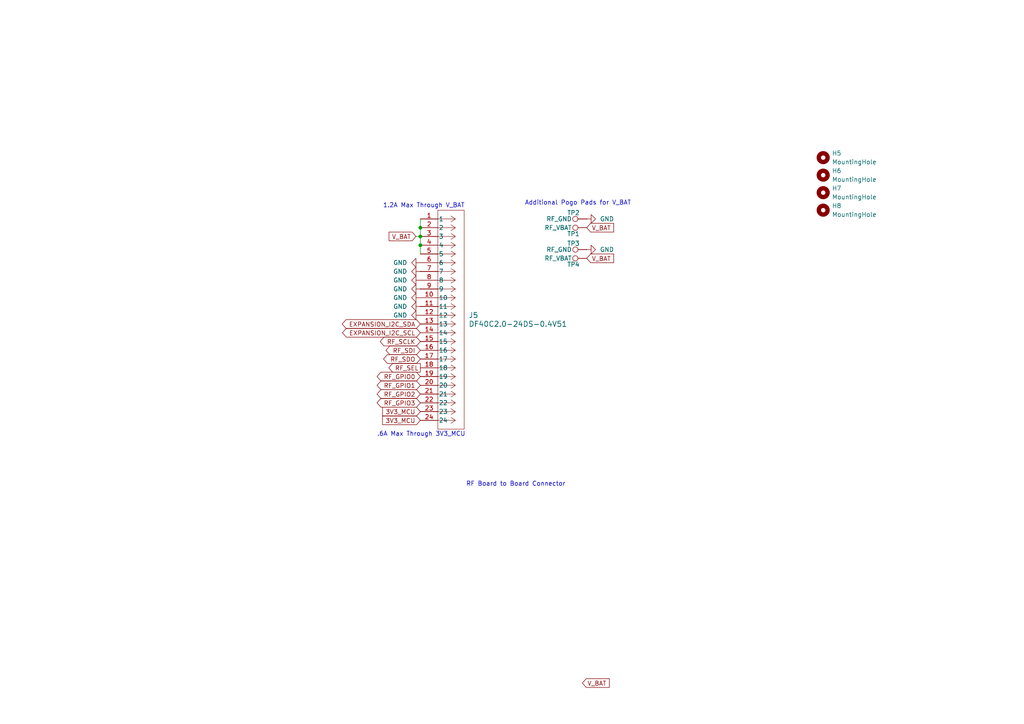
<source format=kicad_sch>
(kicad_sch
	(version 20250114)
	(generator "eeschema")
	(generator_version "9.0")
	(uuid "bd5168af-65d7-4bb3-805a-946acddadc9c")
	(paper "A4")
	(lib_symbols
		(symbol "2025-04-19_21-20-12:DF40C2.0-24DS-0.4V51"
			(pin_names
				(offset 0.254)
			)
			(exclude_from_sim no)
			(in_bom yes)
			(on_board yes)
			(property "Reference" "J"
				(at 8.89 6.35 0)
				(effects
					(font
						(size 1.524 1.524)
					)
				)
			)
			(property "Value" "DF40C2.0-24DS-0.4V51"
				(at 0 0 0)
				(effects
					(font
						(size 1.524 1.524)
					)
				)
			)
			(property "Footprint" "CONN24_DF40C-2-24DS_HIR"
				(at 0 0 0)
				(effects
					(font
						(size 1.27 1.27)
						(italic yes)
					)
					(hide yes)
				)
			)
			(property "Datasheet" "DF40C2.0-24DS-0.4V51"
				(at 0 0 0)
				(effects
					(font
						(size 1.27 1.27)
						(italic yes)
					)
					(hide yes)
				)
			)
			(property "Description" ""
				(at 0 0 0)
				(effects
					(font
						(size 1.27 1.27)
					)
					(hide yes)
				)
			)
			(property "ki_locked" ""
				(at 0 0 0)
				(effects
					(font
						(size 1.27 1.27)
					)
				)
			)
			(property "ki_keywords" "DF40C(2.0)-24DS-0.4V(51)"
				(at 0 0 0)
				(effects
					(font
						(size 1.27 1.27)
					)
					(hide yes)
				)
			)
			(property "ki_fp_filters" "CONN24_DF40C-2-24DS_HIR"
				(at 0 0 0)
				(effects
					(font
						(size 1.27 1.27)
					)
					(hide yes)
				)
			)
			(symbol "DF40C2.0-24DS-0.4V51_1_1"
				(polyline
					(pts
						(xy 5.08 2.54) (xy 5.08 -60.96)
					)
					(stroke
						(width 0.127)
						(type default)
					)
					(fill
						(type none)
					)
				)
				(polyline
					(pts
						(xy 5.08 -60.96) (xy 12.7 -60.96)
					)
					(stroke
						(width 0.127)
						(type default)
					)
					(fill
						(type none)
					)
				)
				(polyline
					(pts
						(xy 10.16 0) (xy 5.08 0)
					)
					(stroke
						(width 0.127)
						(type default)
					)
					(fill
						(type none)
					)
				)
				(polyline
					(pts
						(xy 10.16 0) (xy 8.89 0.8467)
					)
					(stroke
						(width 0.127)
						(type default)
					)
					(fill
						(type none)
					)
				)
				(polyline
					(pts
						(xy 10.16 0) (xy 8.89 -0.8467)
					)
					(stroke
						(width 0.127)
						(type default)
					)
					(fill
						(type none)
					)
				)
				(polyline
					(pts
						(xy 10.16 -2.54) (xy 5.08 -2.54)
					)
					(stroke
						(width 0.127)
						(type default)
					)
					(fill
						(type none)
					)
				)
				(polyline
					(pts
						(xy 10.16 -2.54) (xy 8.89 -1.6933)
					)
					(stroke
						(width 0.127)
						(type default)
					)
					(fill
						(type none)
					)
				)
				(polyline
					(pts
						(xy 10.16 -2.54) (xy 8.89 -3.3867)
					)
					(stroke
						(width 0.127)
						(type default)
					)
					(fill
						(type none)
					)
				)
				(polyline
					(pts
						(xy 10.16 -5.08) (xy 5.08 -5.08)
					)
					(stroke
						(width 0.127)
						(type default)
					)
					(fill
						(type none)
					)
				)
				(polyline
					(pts
						(xy 10.16 -5.08) (xy 8.89 -4.2333)
					)
					(stroke
						(width 0.127)
						(type default)
					)
					(fill
						(type none)
					)
				)
				(polyline
					(pts
						(xy 10.16 -5.08) (xy 8.89 -5.9267)
					)
					(stroke
						(width 0.127)
						(type default)
					)
					(fill
						(type none)
					)
				)
				(polyline
					(pts
						(xy 10.16 -7.62) (xy 5.08 -7.62)
					)
					(stroke
						(width 0.127)
						(type default)
					)
					(fill
						(type none)
					)
				)
				(polyline
					(pts
						(xy 10.16 -7.62) (xy 8.89 -6.7733)
					)
					(stroke
						(width 0.127)
						(type default)
					)
					(fill
						(type none)
					)
				)
				(polyline
					(pts
						(xy 10.16 -7.62) (xy 8.89 -8.4667)
					)
					(stroke
						(width 0.127)
						(type default)
					)
					(fill
						(type none)
					)
				)
				(polyline
					(pts
						(xy 10.16 -10.16) (xy 5.08 -10.16)
					)
					(stroke
						(width 0.127)
						(type default)
					)
					(fill
						(type none)
					)
				)
				(polyline
					(pts
						(xy 10.16 -10.16) (xy 8.89 -9.3133)
					)
					(stroke
						(width 0.127)
						(type default)
					)
					(fill
						(type none)
					)
				)
				(polyline
					(pts
						(xy 10.16 -10.16) (xy 8.89 -11.0067)
					)
					(stroke
						(width 0.127)
						(type default)
					)
					(fill
						(type none)
					)
				)
				(polyline
					(pts
						(xy 10.16 -12.7) (xy 5.08 -12.7)
					)
					(stroke
						(width 0.127)
						(type default)
					)
					(fill
						(type none)
					)
				)
				(polyline
					(pts
						(xy 10.16 -12.7) (xy 8.89 -11.8533)
					)
					(stroke
						(width 0.127)
						(type default)
					)
					(fill
						(type none)
					)
				)
				(polyline
					(pts
						(xy 10.16 -12.7) (xy 8.89 -13.5467)
					)
					(stroke
						(width 0.127)
						(type default)
					)
					(fill
						(type none)
					)
				)
				(polyline
					(pts
						(xy 10.16 -15.24) (xy 5.08 -15.24)
					)
					(stroke
						(width 0.127)
						(type default)
					)
					(fill
						(type none)
					)
				)
				(polyline
					(pts
						(xy 10.16 -15.24) (xy 8.89 -14.3933)
					)
					(stroke
						(width 0.127)
						(type default)
					)
					(fill
						(type none)
					)
				)
				(polyline
					(pts
						(xy 10.16 -15.24) (xy 8.89 -16.0867)
					)
					(stroke
						(width 0.127)
						(type default)
					)
					(fill
						(type none)
					)
				)
				(polyline
					(pts
						(xy 10.16 -17.78) (xy 5.08 -17.78)
					)
					(stroke
						(width 0.127)
						(type default)
					)
					(fill
						(type none)
					)
				)
				(polyline
					(pts
						(xy 10.16 -17.78) (xy 8.89 -16.9333)
					)
					(stroke
						(width 0.127)
						(type default)
					)
					(fill
						(type none)
					)
				)
				(polyline
					(pts
						(xy 10.16 -17.78) (xy 8.89 -18.6267)
					)
					(stroke
						(width 0.127)
						(type default)
					)
					(fill
						(type none)
					)
				)
				(polyline
					(pts
						(xy 10.16 -20.32) (xy 5.08 -20.32)
					)
					(stroke
						(width 0.127)
						(type default)
					)
					(fill
						(type none)
					)
				)
				(polyline
					(pts
						(xy 10.16 -20.32) (xy 8.89 -19.4733)
					)
					(stroke
						(width 0.127)
						(type default)
					)
					(fill
						(type none)
					)
				)
				(polyline
					(pts
						(xy 10.16 -20.32) (xy 8.89 -21.1667)
					)
					(stroke
						(width 0.127)
						(type default)
					)
					(fill
						(type none)
					)
				)
				(polyline
					(pts
						(xy 10.16 -22.86) (xy 5.08 -22.86)
					)
					(stroke
						(width 0.127)
						(type default)
					)
					(fill
						(type none)
					)
				)
				(polyline
					(pts
						(xy 10.16 -22.86) (xy 8.89 -22.0133)
					)
					(stroke
						(width 0.127)
						(type default)
					)
					(fill
						(type none)
					)
				)
				(polyline
					(pts
						(xy 10.16 -22.86) (xy 8.89 -23.7067)
					)
					(stroke
						(width 0.127)
						(type default)
					)
					(fill
						(type none)
					)
				)
				(polyline
					(pts
						(xy 10.16 -25.4) (xy 5.08 -25.4)
					)
					(stroke
						(width 0.127)
						(type default)
					)
					(fill
						(type none)
					)
				)
				(polyline
					(pts
						(xy 10.16 -25.4) (xy 8.89 -24.5533)
					)
					(stroke
						(width 0.127)
						(type default)
					)
					(fill
						(type none)
					)
				)
				(polyline
					(pts
						(xy 10.16 -25.4) (xy 8.89 -26.2467)
					)
					(stroke
						(width 0.127)
						(type default)
					)
					(fill
						(type none)
					)
				)
				(polyline
					(pts
						(xy 10.16 -27.94) (xy 5.08 -27.94)
					)
					(stroke
						(width 0.127)
						(type default)
					)
					(fill
						(type none)
					)
				)
				(polyline
					(pts
						(xy 10.16 -27.94) (xy 8.89 -27.0933)
					)
					(stroke
						(width 0.127)
						(type default)
					)
					(fill
						(type none)
					)
				)
				(polyline
					(pts
						(xy 10.16 -27.94) (xy 8.89 -28.7867)
					)
					(stroke
						(width 0.127)
						(type default)
					)
					(fill
						(type none)
					)
				)
				(polyline
					(pts
						(xy 10.16 -30.48) (xy 5.08 -30.48)
					)
					(stroke
						(width 0.127)
						(type default)
					)
					(fill
						(type none)
					)
				)
				(polyline
					(pts
						(xy 10.16 -30.48) (xy 8.89 -29.6333)
					)
					(stroke
						(width 0.127)
						(type default)
					)
					(fill
						(type none)
					)
				)
				(polyline
					(pts
						(xy 10.16 -30.48) (xy 8.89 -31.3267)
					)
					(stroke
						(width 0.127)
						(type default)
					)
					(fill
						(type none)
					)
				)
				(polyline
					(pts
						(xy 10.16 -33.02) (xy 5.08 -33.02)
					)
					(stroke
						(width 0.127)
						(type default)
					)
					(fill
						(type none)
					)
				)
				(polyline
					(pts
						(xy 10.16 -33.02) (xy 8.89 -32.1733)
					)
					(stroke
						(width 0.127)
						(type default)
					)
					(fill
						(type none)
					)
				)
				(polyline
					(pts
						(xy 10.16 -33.02) (xy 8.89 -33.8667)
					)
					(stroke
						(width 0.127)
						(type default)
					)
					(fill
						(type none)
					)
				)
				(polyline
					(pts
						(xy 10.16 -35.56) (xy 5.08 -35.56)
					)
					(stroke
						(width 0.127)
						(type default)
					)
					(fill
						(type none)
					)
				)
				(polyline
					(pts
						(xy 10.16 -35.56) (xy 8.89 -34.7133)
					)
					(stroke
						(width 0.127)
						(type default)
					)
					(fill
						(type none)
					)
				)
				(polyline
					(pts
						(xy 10.16 -35.56) (xy 8.89 -36.4067)
					)
					(stroke
						(width 0.127)
						(type default)
					)
					(fill
						(type none)
					)
				)
				(polyline
					(pts
						(xy 10.16 -38.1) (xy 5.08 -38.1)
					)
					(stroke
						(width 0.127)
						(type default)
					)
					(fill
						(type none)
					)
				)
				(polyline
					(pts
						(xy 10.16 -38.1) (xy 8.89 -37.2533)
					)
					(stroke
						(width 0.127)
						(type default)
					)
					(fill
						(type none)
					)
				)
				(polyline
					(pts
						(xy 10.16 -38.1) (xy 8.89 -38.9467)
					)
					(stroke
						(width 0.127)
						(type default)
					)
					(fill
						(type none)
					)
				)
				(polyline
					(pts
						(xy 10.16 -40.64) (xy 5.08 -40.64)
					)
					(stroke
						(width 0.127)
						(type default)
					)
					(fill
						(type none)
					)
				)
				(polyline
					(pts
						(xy 10.16 -40.64) (xy 8.89 -39.7933)
					)
					(stroke
						(width 0.127)
						(type default)
					)
					(fill
						(type none)
					)
				)
				(polyline
					(pts
						(xy 10.16 -40.64) (xy 8.89 -41.4867)
					)
					(stroke
						(width 0.127)
						(type default)
					)
					(fill
						(type none)
					)
				)
				(polyline
					(pts
						(xy 10.16 -43.18) (xy 5.08 -43.18)
					)
					(stroke
						(width 0.127)
						(type default)
					)
					(fill
						(type none)
					)
				)
				(polyline
					(pts
						(xy 10.16 -43.18) (xy 8.89 -42.3333)
					)
					(stroke
						(width 0.127)
						(type default)
					)
					(fill
						(type none)
					)
				)
				(polyline
					(pts
						(xy 10.16 -43.18) (xy 8.89 -44.0267)
					)
					(stroke
						(width 0.127)
						(type default)
					)
					(fill
						(type none)
					)
				)
				(polyline
					(pts
						(xy 10.16 -45.72) (xy 5.08 -45.72)
					)
					(stroke
						(width 0.127)
						(type default)
					)
					(fill
						(type none)
					)
				)
				(polyline
					(pts
						(xy 10.16 -45.72) (xy 8.89 -44.8733)
					)
					(stroke
						(width 0.127)
						(type default)
					)
					(fill
						(type none)
					)
				)
				(polyline
					(pts
						(xy 10.16 -45.72) (xy 8.89 -46.5667)
					)
					(stroke
						(width 0.127)
						(type default)
					)
					(fill
						(type none)
					)
				)
				(polyline
					(pts
						(xy 10.16 -48.26) (xy 5.08 -48.26)
					)
					(stroke
						(width 0.127)
						(type default)
					)
					(fill
						(type none)
					)
				)
				(polyline
					(pts
						(xy 10.16 -48.26) (xy 8.89 -47.4133)
					)
					(stroke
						(width 0.127)
						(type default)
					)
					(fill
						(type none)
					)
				)
				(polyline
					(pts
						(xy 10.16 -48.26) (xy 8.89 -49.1067)
					)
					(stroke
						(width 0.127)
						(type default)
					)
					(fill
						(type none)
					)
				)
				(polyline
					(pts
						(xy 10.16 -50.8) (xy 5.08 -50.8)
					)
					(stroke
						(width 0.127)
						(type default)
					)
					(fill
						(type none)
					)
				)
				(polyline
					(pts
						(xy 10.16 -50.8) (xy 8.89 -49.9533)
					)
					(stroke
						(width 0.127)
						(type default)
					)
					(fill
						(type none)
					)
				)
				(polyline
					(pts
						(xy 10.16 -50.8) (xy 8.89 -51.6467)
					)
					(stroke
						(width 0.127)
						(type default)
					)
					(fill
						(type none)
					)
				)
				(polyline
					(pts
						(xy 10.16 -53.34) (xy 5.08 -53.34)
					)
					(stroke
						(width 0.127)
						(type default)
					)
					(fill
						(type none)
					)
				)
				(polyline
					(pts
						(xy 10.16 -53.34) (xy 8.89 -52.4933)
					)
					(stroke
						(width 0.127)
						(type default)
					)
					(fill
						(type none)
					)
				)
				(polyline
					(pts
						(xy 10.16 -53.34) (xy 8.89 -54.1867)
					)
					(stroke
						(width 0.127)
						(type default)
					)
					(fill
						(type none)
					)
				)
				(polyline
					(pts
						(xy 10.16 -55.88) (xy 5.08 -55.88)
					)
					(stroke
						(width 0.127)
						(type default)
					)
					(fill
						(type none)
					)
				)
				(polyline
					(pts
						(xy 10.16 -55.88) (xy 8.89 -55.0333)
					)
					(stroke
						(width 0.127)
						(type default)
					)
					(fill
						(type none)
					)
				)
				(polyline
					(pts
						(xy 10.16 -55.88) (xy 8.89 -56.7267)
					)
					(stroke
						(width 0.127)
						(type default)
					)
					(fill
						(type none)
					)
				)
				(polyline
					(pts
						(xy 10.16 -58.42) (xy 5.08 -58.42)
					)
					(stroke
						(width 0.127)
						(type default)
					)
					(fill
						(type none)
					)
				)
				(polyline
					(pts
						(xy 10.16 -58.42) (xy 8.89 -57.5733)
					)
					(stroke
						(width 0.127)
						(type default)
					)
					(fill
						(type none)
					)
				)
				(polyline
					(pts
						(xy 10.16 -58.42) (xy 8.89 -59.2667)
					)
					(stroke
						(width 0.127)
						(type default)
					)
					(fill
						(type none)
					)
				)
				(polyline
					(pts
						(xy 12.7 2.54) (xy 5.08 2.54)
					)
					(stroke
						(width 0.127)
						(type default)
					)
					(fill
						(type none)
					)
				)
				(polyline
					(pts
						(xy 12.7 -60.96) (xy 12.7 2.54)
					)
					(stroke
						(width 0.127)
						(type default)
					)
					(fill
						(type none)
					)
				)
				(pin unspecified line
					(at 0 0 0)
					(length 5.08)
					(name "1"
						(effects
							(font
								(size 1.27 1.27)
							)
						)
					)
					(number "1"
						(effects
							(font
								(size 1.27 1.27)
							)
						)
					)
				)
				(pin unspecified line
					(at 0 -2.54 0)
					(length 5.08)
					(name "2"
						(effects
							(font
								(size 1.27 1.27)
							)
						)
					)
					(number "2"
						(effects
							(font
								(size 1.27 1.27)
							)
						)
					)
				)
				(pin unspecified line
					(at 0 -5.08 0)
					(length 5.08)
					(name "3"
						(effects
							(font
								(size 1.27 1.27)
							)
						)
					)
					(number "3"
						(effects
							(font
								(size 1.27 1.27)
							)
						)
					)
				)
				(pin unspecified line
					(at 0 -7.62 0)
					(length 5.08)
					(name "4"
						(effects
							(font
								(size 1.27 1.27)
							)
						)
					)
					(number "4"
						(effects
							(font
								(size 1.27 1.27)
							)
						)
					)
				)
				(pin unspecified line
					(at 0 -10.16 0)
					(length 5.08)
					(name "5"
						(effects
							(font
								(size 1.27 1.27)
							)
						)
					)
					(number "5"
						(effects
							(font
								(size 1.27 1.27)
							)
						)
					)
				)
				(pin unspecified line
					(at 0 -12.7 0)
					(length 5.08)
					(name "6"
						(effects
							(font
								(size 1.27 1.27)
							)
						)
					)
					(number "6"
						(effects
							(font
								(size 1.27 1.27)
							)
						)
					)
				)
				(pin unspecified line
					(at 0 -15.24 0)
					(length 5.08)
					(name "7"
						(effects
							(font
								(size 1.27 1.27)
							)
						)
					)
					(number "7"
						(effects
							(font
								(size 1.27 1.27)
							)
						)
					)
				)
				(pin unspecified line
					(at 0 -17.78 0)
					(length 5.08)
					(name "8"
						(effects
							(font
								(size 1.27 1.27)
							)
						)
					)
					(number "8"
						(effects
							(font
								(size 1.27 1.27)
							)
						)
					)
				)
				(pin unspecified line
					(at 0 -20.32 0)
					(length 5.08)
					(name "9"
						(effects
							(font
								(size 1.27 1.27)
							)
						)
					)
					(number "9"
						(effects
							(font
								(size 1.27 1.27)
							)
						)
					)
				)
				(pin unspecified line
					(at 0 -22.86 0)
					(length 5.08)
					(name "10"
						(effects
							(font
								(size 1.27 1.27)
							)
						)
					)
					(number "10"
						(effects
							(font
								(size 1.27 1.27)
							)
						)
					)
				)
				(pin unspecified line
					(at 0 -25.4 0)
					(length 5.08)
					(name "11"
						(effects
							(font
								(size 1.27 1.27)
							)
						)
					)
					(number "11"
						(effects
							(font
								(size 1.27 1.27)
							)
						)
					)
				)
				(pin unspecified line
					(at 0 -27.94 0)
					(length 5.08)
					(name "12"
						(effects
							(font
								(size 1.27 1.27)
							)
						)
					)
					(number "12"
						(effects
							(font
								(size 1.27 1.27)
							)
						)
					)
				)
				(pin unspecified line
					(at 0 -30.48 0)
					(length 5.08)
					(name "13"
						(effects
							(font
								(size 1.27 1.27)
							)
						)
					)
					(number "13"
						(effects
							(font
								(size 1.27 1.27)
							)
						)
					)
				)
				(pin unspecified line
					(at 0 -33.02 0)
					(length 5.08)
					(name "14"
						(effects
							(font
								(size 1.27 1.27)
							)
						)
					)
					(number "14"
						(effects
							(font
								(size 1.27 1.27)
							)
						)
					)
				)
				(pin unspecified line
					(at 0 -35.56 0)
					(length 5.08)
					(name "15"
						(effects
							(font
								(size 1.27 1.27)
							)
						)
					)
					(number "15"
						(effects
							(font
								(size 1.27 1.27)
							)
						)
					)
				)
				(pin unspecified line
					(at 0 -38.1 0)
					(length 5.08)
					(name "16"
						(effects
							(font
								(size 1.27 1.27)
							)
						)
					)
					(number "16"
						(effects
							(font
								(size 1.27 1.27)
							)
						)
					)
				)
				(pin unspecified line
					(at 0 -40.64 0)
					(length 5.08)
					(name "17"
						(effects
							(font
								(size 1.27 1.27)
							)
						)
					)
					(number "17"
						(effects
							(font
								(size 1.27 1.27)
							)
						)
					)
				)
				(pin unspecified line
					(at 0 -43.18 0)
					(length 5.08)
					(name "18"
						(effects
							(font
								(size 1.27 1.27)
							)
						)
					)
					(number "18"
						(effects
							(font
								(size 1.27 1.27)
							)
						)
					)
				)
				(pin unspecified line
					(at 0 -45.72 0)
					(length 5.08)
					(name "19"
						(effects
							(font
								(size 1.27 1.27)
							)
						)
					)
					(number "19"
						(effects
							(font
								(size 1.27 1.27)
							)
						)
					)
				)
				(pin unspecified line
					(at 0 -48.26 0)
					(length 5.08)
					(name "20"
						(effects
							(font
								(size 1.27 1.27)
							)
						)
					)
					(number "20"
						(effects
							(font
								(size 1.27 1.27)
							)
						)
					)
				)
				(pin unspecified line
					(at 0 -50.8 0)
					(length 5.08)
					(name "21"
						(effects
							(font
								(size 1.27 1.27)
							)
						)
					)
					(number "21"
						(effects
							(font
								(size 1.27 1.27)
							)
						)
					)
				)
				(pin unspecified line
					(at 0 -53.34 0)
					(length 5.08)
					(name "22"
						(effects
							(font
								(size 1.27 1.27)
							)
						)
					)
					(number "22"
						(effects
							(font
								(size 1.27 1.27)
							)
						)
					)
				)
				(pin unspecified line
					(at 0 -55.88 0)
					(length 5.08)
					(name "23"
						(effects
							(font
								(size 1.27 1.27)
							)
						)
					)
					(number "23"
						(effects
							(font
								(size 1.27 1.27)
							)
						)
					)
				)
				(pin unspecified line
					(at 0 -58.42 0)
					(length 5.08)
					(name "24"
						(effects
							(font
								(size 1.27 1.27)
							)
						)
					)
					(number "24"
						(effects
							(font
								(size 1.27 1.27)
							)
						)
					)
				)
			)
			(symbol "DF40C2.0-24DS-0.4V51_1_2"
				(polyline
					(pts
						(xy 5.08 2.54) (xy 5.08 -60.96)
					)
					(stroke
						(width 0.127)
						(type default)
					)
					(fill
						(type none)
					)
				)
				(polyline
					(pts
						(xy 5.08 -60.96) (xy 12.7 -60.96)
					)
					(stroke
						(width 0.127)
						(type default)
					)
					(fill
						(type none)
					)
				)
				(polyline
					(pts
						(xy 7.62 0) (xy 5.08 0)
					)
					(stroke
						(width 0.127)
						(type default)
					)
					(fill
						(type none)
					)
				)
				(polyline
					(pts
						(xy 7.62 0) (xy 8.89 0.8467)
					)
					(stroke
						(width 0.127)
						(type default)
					)
					(fill
						(type none)
					)
				)
				(polyline
					(pts
						(xy 7.62 0) (xy 8.89 -0.8467)
					)
					(stroke
						(width 0.127)
						(type default)
					)
					(fill
						(type none)
					)
				)
				(polyline
					(pts
						(xy 7.62 -2.54) (xy 5.08 -2.54)
					)
					(stroke
						(width 0.127)
						(type default)
					)
					(fill
						(type none)
					)
				)
				(polyline
					(pts
						(xy 7.62 -2.54) (xy 8.89 -1.6933)
					)
					(stroke
						(width 0.127)
						(type default)
					)
					(fill
						(type none)
					)
				)
				(polyline
					(pts
						(xy 7.62 -2.54) (xy 8.89 -3.3867)
					)
					(stroke
						(width 0.127)
						(type default)
					)
					(fill
						(type none)
					)
				)
				(polyline
					(pts
						(xy 7.62 -5.08) (xy 5.08 -5.08)
					)
					(stroke
						(width 0.127)
						(type default)
					)
					(fill
						(type none)
					)
				)
				(polyline
					(pts
						(xy 7.62 -5.08) (xy 8.89 -4.2333)
					)
					(stroke
						(width 0.127)
						(type default)
					)
					(fill
						(type none)
					)
				)
				(polyline
					(pts
						(xy 7.62 -5.08) (xy 8.89 -5.9267)
					)
					(stroke
						(width 0.127)
						(type default)
					)
					(fill
						(type none)
					)
				)
				(polyline
					(pts
						(xy 7.62 -7.62) (xy 5.08 -7.62)
					)
					(stroke
						(width 0.127)
						(type default)
					)
					(fill
						(type none)
					)
				)
				(polyline
					(pts
						(xy 7.62 -7.62) (xy 8.89 -6.7733)
					)
					(stroke
						(width 0.127)
						(type default)
					)
					(fill
						(type none)
					)
				)
				(polyline
					(pts
						(xy 7.62 -7.62) (xy 8.89 -8.4667)
					)
					(stroke
						(width 0.127)
						(type default)
					)
					(fill
						(type none)
					)
				)
				(polyline
					(pts
						(xy 7.62 -10.16) (xy 5.08 -10.16)
					)
					(stroke
						(width 0.127)
						(type default)
					)
					(fill
						(type none)
					)
				)
				(polyline
					(pts
						(xy 7.62 -10.16) (xy 8.89 -9.3133)
					)
					(stroke
						(width 0.127)
						(type default)
					)
					(fill
						(type none)
					)
				)
				(polyline
					(pts
						(xy 7.62 -10.16) (xy 8.89 -11.0067)
					)
					(stroke
						(width 0.127)
						(type default)
					)
					(fill
						(type none)
					)
				)
				(polyline
					(pts
						(xy 7.62 -12.7) (xy 5.08 -12.7)
					)
					(stroke
						(width 0.127)
						(type default)
					)
					(fill
						(type none)
					)
				)
				(polyline
					(pts
						(xy 7.62 -12.7) (xy 8.89 -11.8533)
					)
					(stroke
						(width 0.127)
						(type default)
					)
					(fill
						(type none)
					)
				)
				(polyline
					(pts
						(xy 7.62 -12.7) (xy 8.89 -13.5467)
					)
					(stroke
						(width 0.127)
						(type default)
					)
					(fill
						(type none)
					)
				)
				(polyline
					(pts
						(xy 7.62 -15.24) (xy 5.08 -15.24)
					)
					(stroke
						(width 0.127)
						(type default)
					)
					(fill
						(type none)
					)
				)
				(polyline
					(pts
						(xy 7.62 -15.24) (xy 8.89 -14.3933)
					)
					(stroke
						(width 0.127)
						(type default)
					)
					(fill
						(type none)
					)
				)
				(polyline
					(pts
						(xy 7.62 -15.24) (xy 8.89 -16.0867)
					)
					(stroke
						(width 0.127)
						(type default)
					)
					(fill
						(type none)
					)
				)
				(polyline
					(pts
						(xy 7.62 -17.78) (xy 5.08 -17.78)
					)
					(stroke
						(width 0.127)
						(type default)
					)
					(fill
						(type none)
					)
				)
				(polyline
					(pts
						(xy 7.62 -17.78) (xy 8.89 -16.9333)
					)
					(stroke
						(width 0.127)
						(type default)
					)
					(fill
						(type none)
					)
				)
				(polyline
					(pts
						(xy 7.62 -17.78) (xy 8.89 -18.6267)
					)
					(stroke
						(width 0.127)
						(type default)
					)
					(fill
						(type none)
					)
				)
				(polyline
					(pts
						(xy 7.62 -20.32) (xy 5.08 -20.32)
					)
					(stroke
						(width 0.127)
						(type default)
					)
					(fill
						(type none)
					)
				)
				(polyline
					(pts
						(xy 7.62 -20.32) (xy 8.89 -19.4733)
					)
					(stroke
						(width 0.127)
						(type default)
					)
					(fill
						(type none)
					)
				)
				(polyline
					(pts
						(xy 7.62 -20.32) (xy 8.89 -21.1667)
					)
					(stroke
						(width 0.127)
						(type default)
					)
					(fill
						(type none)
					)
				)
				(polyline
					(pts
						(xy 7.62 -22.86) (xy 5.08 -22.86)
					)
					(stroke
						(width 0.127)
						(type default)
					)
					(fill
						(type none)
					)
				)
				(polyline
					(pts
						(xy 7.62 -22.86) (xy 8.89 -22.0133)
					)
					(stroke
						(width 0.127)
						(type default)
					)
					(fill
						(type none)
					)
				)
				(polyline
					(pts
						(xy 7.62 -22.86) (xy 8.89 -23.7067)
					)
					(stroke
						(width 0.127)
						(type default)
					)
					(fill
						(type none)
					)
				)
				(polyline
					(pts
						(xy 7.62 -25.4) (xy 5.08 -25.4)
					)
					(stroke
						(width 0.127)
						(type default)
					)
					(fill
						(type none)
					)
				)
				(polyline
					(pts
						(xy 7.62 -25.4) (xy 8.89 -24.5533)
					)
					(stroke
						(width 0.127)
						(type default)
					)
					(fill
						(type none)
					)
				)
				(polyline
					(pts
						(xy 7.62 -25.4) (xy 8.89 -26.2467)
					)
					(stroke
						(width 0.127)
						(type default)
					)
					(fill
						(type none)
					)
				)
				(polyline
					(pts
						(xy 7.62 -27.94) (xy 5.08 -27.94)
					)
					(stroke
						(width 0.127)
						(type default)
					)
					(fill
						(type none)
					)
				)
				(polyline
					(pts
						(xy 7.62 -27.94) (xy 8.89 -27.0933)
					)
					(stroke
						(width 0.127)
						(type default)
					)
					(fill
						(type none)
					)
				)
				(polyline
					(pts
						(xy 7.62 -27.94) (xy 8.89 -28.7867)
					)
					(stroke
						(width 0.127)
						(type default)
					)
					(fill
						(type none)
					)
				)
				(polyline
					(pts
						(xy 7.62 -30.48) (xy 5.08 -30.48)
					)
					(stroke
						(width 0.127)
						(type default)
					)
					(fill
						(type none)
					)
				)
				(polyline
					(pts
						(xy 7.62 -30.48) (xy 8.89 -29.6333)
					)
					(stroke
						(width 0.127)
						(type default)
					)
					(fill
						(type none)
					)
				)
				(polyline
					(pts
						(xy 7.62 -30.48) (xy 8.89 -31.3267)
					)
					(stroke
						(width 0.127)
						(type default)
					)
					(fill
						(type none)
					)
				)
				(polyline
					(pts
						(xy 7.62 -33.02) (xy 5.08 -33.02)
					)
					(stroke
						(width 0.127)
						(type default)
					)
					(fill
						(type none)
					)
				)
				(polyline
					(pts
						(xy 7.62 -33.02) (xy 8.89 -32.1733)
					)
					(stroke
						(width 0.127)
						(type default)
					)
					(fill
						(type none)
					)
				)
				(polyline
					(pts
						(xy 7.62 -33.02) (xy 8.89 -33.8667)
					)
					(stroke
						(width 0.127)
						(type default)
					)
					(fill
						(type none)
					)
				)
				(polyline
					(pts
						(xy 7.62 -35.56) (xy 5.08 -35.56)
					)
					(stroke
						(width 0.127)
						(type default)
					)
					(fill
						(type none)
					)
				)
				(polyline
					(pts
						(xy 7.62 -35.56) (xy 8.89 -34.7133)
					)
					(stroke
						(width 0.127)
						(type default)
					)
					(fill
						(type none)
					)
				)
				(polyline
					(pts
						(xy 7.62 -35.56) (xy 8.89 -36.4067)
					)
					(stroke
						(width 0.127)
						(type default)
					)
					(fill
						(type none)
					)
				)
				(polyline
					(pts
						(xy 7.62 -38.1) (xy 5.08 -38.1)
					)
					(stroke
						(width 0.127)
						(type default)
					)
					(fill
						(type none)
					)
				)
				(polyline
					(pts
						(xy 7.62 -38.1) (xy 8.89 -37.2533)
					)
					(stroke
						(width 0.127)
						(type default)
					)
					(fill
						(type none)
					)
				)
				(polyline
					(pts
						(xy 7.62 -38.1) (xy 8.89 -38.9467)
					)
					(stroke
						(width 0.127)
						(type default)
					)
					(fill
						(type none)
					)
				)
				(polyline
					(pts
						(xy 7.62 -40.64) (xy 5.08 -40.64)
					)
					(stroke
						(width 0.127)
						(type default)
					)
					(fill
						(type none)
					)
				)
				(polyline
					(pts
						(xy 7.62 -40.64) (xy 8.89 -39.7933)
					)
					(stroke
						(width 0.127)
						(type default)
					)
					(fill
						(type none)
					)
				)
				(polyline
					(pts
						(xy 7.62 -40.64) (xy 8.89 -41.4867)
					)
					(stroke
						(width 0.127)
						(type default)
					)
					(fill
						(type none)
					)
				)
				(polyline
					(pts
						(xy 7.62 -43.18) (xy 5.08 -43.18)
					)
					(stroke
						(width 0.127)
						(type default)
					)
					(fill
						(type none)
					)
				)
				(polyline
					(pts
						(xy 7.62 -43.18) (xy 8.89 -42.3333)
					)
					(stroke
						(width 0.127)
						(type default)
					)
					(fill
						(type none)
					)
				)
				(polyline
					(pts
						(xy 7.62 -43.18) (xy 8.89 -44.0267)
					)
					(stroke
						(width 0.127)
						(type default)
					)
					(fill
						(type none)
					)
				)
				(polyline
					(pts
						(xy 7.62 -45.72) (xy 5.08 -45.72)
					)
					(stroke
						(width 0.127)
						(type default)
					)
					(fill
						(type none)
					)
				)
				(polyline
					(pts
						(xy 7.62 -45.72) (xy 8.89 -44.8733)
					)
					(stroke
						(width 0.127)
						(type default)
					)
					(fill
						(type none)
					)
				)
				(polyline
					(pts
						(xy 7.62 -45.72) (xy 8.89 -46.5667)
					)
					(stroke
						(width 0.127)
						(type default)
					)
					(fill
						(type none)
					)
				)
				(polyline
					(pts
						(xy 7.62 -48.26) (xy 5.08 -48.26)
					)
					(stroke
						(width 0.127)
						(type default)
					)
					(fill
						(type none)
					)
				)
				(polyline
					(pts
						(xy 7.62 -48.26) (xy 8.89 -47.4133)
					)
					(stroke
						(width 0.127)
						(type default)
					)
					(fill
						(type none)
					)
				)
				(polyline
					(pts
						(xy 7.62 -48.26) (xy 8.89 -49.1067)
					)
					(stroke
						(width 0.127)
						(type default)
					)
					(fill
						(type none)
					)
				)
				(polyline
					(pts
						(xy 7.62 -50.8) (xy 5.08 -50.8)
					)
					(stroke
						(width 0.127)
						(type default)
					)
					(fill
						(type none)
					)
				)
				(polyline
					(pts
						(xy 7.62 -50.8) (xy 8.89 -49.9533)
					)
					(stroke
						(width 0.127)
						(type default)
					)
					(fill
						(type none)
					)
				)
				(polyline
					(pts
						(xy 7.62 -50.8) (xy 8.89 -51.6467)
					)
					(stroke
						(width 0.127)
						(type default)
					)
					(fill
						(type none)
					)
				)
				(polyline
					(pts
						(xy 7.62 -53.34) (xy 5.08 -53.34)
					)
					(stroke
						(width 0.127)
						(type default)
					)
					(fill
						(type none)
					)
				)
				(polyline
					(pts
						(xy 7.62 -53.34) (xy 8.89 -52.4933)
					)
					(stroke
						(width 0.127)
						(type default)
					)
					(fill
						(type none)
					)
				)
				(polyline
					(pts
						(xy 7.62 -53.34) (xy 8.89 -54.1867)
					)
					(stroke
						(width 0.127)
						(type default)
					)
					(fill
						(type none)
					)
				)
				(polyline
					(pts
						(xy 7.62 -55.88) (xy 5.08 -55.88)
					)
					(stroke
						(width 0.127)
						(type default)
					)
					(fill
						(type none)
					)
				)
				(polyline
					(pts
						(xy 7.62 -55.88) (xy 8.89 -55.0333)
					)
					(stroke
						(width 0.127)
						(type default)
					)
					(fill
						(type none)
					)
				)
				(polyline
					(pts
						(xy 7.62 -55.88) (xy 8.89 -56.7267)
					)
					(stroke
						(width 0.127)
						(type default)
					)
					(fill
						(type none)
					)
				)
				(polyline
					(pts
						(xy 7.62 -58.42) (xy 5.08 -58.42)
					)
					(stroke
						(width 0.127)
						(type default)
					)
					(fill
						(type none)
					)
				)
				(polyline
					(pts
						(xy 7.62 -58.42) (xy 8.89 -57.5733)
					)
					(stroke
						(width 0.127)
						(type default)
					)
					(fill
						(type none)
					)
				)
				(polyline
					(pts
						(xy 7.62 -58.42) (xy 8.89 -59.2667)
					)
					(stroke
						(width 0.127)
						(type default)
					)
					(fill
						(type none)
					)
				)
				(polyline
					(pts
						(xy 12.7 2.54) (xy 5.08 2.54)
					)
					(stroke
						(width 0.127)
						(type default)
					)
					(fill
						(type none)
					)
				)
				(polyline
					(pts
						(xy 12.7 -60.96) (xy 12.7 2.54)
					)
					(stroke
						(width 0.127)
						(type default)
					)
					(fill
						(type none)
					)
				)
				(pin unspecified line
					(at 0 0 0)
					(length 5.08)
					(name "1"
						(effects
							(font
								(size 1.27 1.27)
							)
						)
					)
					(number "1"
						(effects
							(font
								(size 1.27 1.27)
							)
						)
					)
				)
				(pin unspecified line
					(at 0 -2.54 0)
					(length 5.08)
					(name "2"
						(effects
							(font
								(size 1.27 1.27)
							)
						)
					)
					(number "2"
						(effects
							(font
								(size 1.27 1.27)
							)
						)
					)
				)
				(pin unspecified line
					(at 0 -5.08 0)
					(length 5.08)
					(name "3"
						(effects
							(font
								(size 1.27 1.27)
							)
						)
					)
					(number "3"
						(effects
							(font
								(size 1.27 1.27)
							)
						)
					)
				)
				(pin unspecified line
					(at 0 -7.62 0)
					(length 5.08)
					(name "4"
						(effects
							(font
								(size 1.27 1.27)
							)
						)
					)
					(number "4"
						(effects
							(font
								(size 1.27 1.27)
							)
						)
					)
				)
				(pin unspecified line
					(at 0 -10.16 0)
					(length 5.08)
					(name "5"
						(effects
							(font
								(size 1.27 1.27)
							)
						)
					)
					(number "5"
						(effects
							(font
								(size 1.27 1.27)
							)
						)
					)
				)
				(pin unspecified line
					(at 0 -12.7 0)
					(length 5.08)
					(name "6"
						(effects
							(font
								(size 1.27 1.27)
							)
						)
					)
					(number "6"
						(effects
							(font
								(size 1.27 1.27)
							)
						)
					)
				)
				(pin unspecified line
					(at 0 -15.24 0)
					(length 5.08)
					(name "7"
						(effects
							(font
								(size 1.27 1.27)
							)
						)
					)
					(number "7"
						(effects
							(font
								(size 1.27 1.27)
							)
						)
					)
				)
				(pin unspecified line
					(at 0 -17.78 0)
					(length 5.08)
					(name "8"
						(effects
							(font
								(size 1.27 1.27)
							)
						)
					)
					(number "8"
						(effects
							(font
								(size 1.27 1.27)
							)
						)
					)
				)
				(pin unspecified line
					(at 0 -20.32 0)
					(length 5.08)
					(name "9"
						(effects
							(font
								(size 1.27 1.27)
							)
						)
					)
					(number "9"
						(effects
							(font
								(size 1.27 1.27)
							)
						)
					)
				)
				(pin unspecified line
					(at 0 -22.86 0)
					(length 5.08)
					(name "10"
						(effects
							(font
								(size 1.27 1.27)
							)
						)
					)
					(number "10"
						(effects
							(font
								(size 1.27 1.27)
							)
						)
					)
				)
				(pin unspecified line
					(at 0 -25.4 0)
					(length 5.08)
					(name "11"
						(effects
							(font
								(size 1.27 1.27)
							)
						)
					)
					(number "11"
						(effects
							(font
								(size 1.27 1.27)
							)
						)
					)
				)
				(pin unspecified line
					(at 0 -27.94 0)
					(length 5.08)
					(name "12"
						(effects
							(font
								(size 1.27 1.27)
							)
						)
					)
					(number "12"
						(effects
							(font
								(size 1.27 1.27)
							)
						)
					)
				)
				(pin unspecified line
					(at 0 -30.48 0)
					(length 5.08)
					(name "13"
						(effects
							(font
								(size 1.27 1.27)
							)
						)
					)
					(number "13"
						(effects
							(font
								(size 1.27 1.27)
							)
						)
					)
				)
				(pin unspecified line
					(at 0 -33.02 0)
					(length 5.08)
					(name "14"
						(effects
							(font
								(size 1.27 1.27)
							)
						)
					)
					(number "14"
						(effects
							(font
								(size 1.27 1.27)
							)
						)
					)
				)
				(pin unspecified line
					(at 0 -35.56 0)
					(length 5.08)
					(name "15"
						(effects
							(font
								(size 1.27 1.27)
							)
						)
					)
					(number "15"
						(effects
							(font
								(size 1.27 1.27)
							)
						)
					)
				)
				(pin unspecified line
					(at 0 -38.1 0)
					(length 5.08)
					(name "16"
						(effects
							(font
								(size 1.27 1.27)
							)
						)
					)
					(number "16"
						(effects
							(font
								(size 1.27 1.27)
							)
						)
					)
				)
				(pin unspecified line
					(at 0 -40.64 0)
					(length 5.08)
					(name "17"
						(effects
							(font
								(size 1.27 1.27)
							)
						)
					)
					(number "17"
						(effects
							(font
								(size 1.27 1.27)
							)
						)
					)
				)
				(pin unspecified line
					(at 0 -43.18 0)
					(length 5.08)
					(name "18"
						(effects
							(font
								(size 1.27 1.27)
							)
						)
					)
					(number "18"
						(effects
							(font
								(size 1.27 1.27)
							)
						)
					)
				)
				(pin unspecified line
					(at 0 -45.72 0)
					(length 5.08)
					(name "19"
						(effects
							(font
								(size 1.27 1.27)
							)
						)
					)
					(number "19"
						(effects
							(font
								(size 1.27 1.27)
							)
						)
					)
				)
				(pin unspecified line
					(at 0 -48.26 0)
					(length 5.08)
					(name "20"
						(effects
							(font
								(size 1.27 1.27)
							)
						)
					)
					(number "20"
						(effects
							(font
								(size 1.27 1.27)
							)
						)
					)
				)
				(pin unspecified line
					(at 0 -50.8 0)
					(length 5.08)
					(name "21"
						(effects
							(font
								(size 1.27 1.27)
							)
						)
					)
					(number "21"
						(effects
							(font
								(size 1.27 1.27)
							)
						)
					)
				)
				(pin unspecified line
					(at 0 -53.34 0)
					(length 5.08)
					(name "22"
						(effects
							(font
								(size 1.27 1.27)
							)
						)
					)
					(number "22"
						(effects
							(font
								(size 1.27 1.27)
							)
						)
					)
				)
				(pin unspecified line
					(at 0 -55.88 0)
					(length 5.08)
					(name "23"
						(effects
							(font
								(size 1.27 1.27)
							)
						)
					)
					(number "23"
						(effects
							(font
								(size 1.27 1.27)
							)
						)
					)
				)
				(pin unspecified line
					(at 0 -58.42 0)
					(length 5.08)
					(name "24"
						(effects
							(font
								(size 1.27 1.27)
							)
						)
					)
					(number "24"
						(effects
							(font
								(size 1.27 1.27)
							)
						)
					)
				)
			)
			(embedded_fonts no)
		)
		(symbol "CC1120:CC1120RHBR"
			(pin_names
				(offset 0.254)
			)
			(exclude_from_sim no)
			(in_bom yes)
			(on_board yes)
			(property "Reference" "U"
				(at 0 2.54 0)
				(effects
					(font
						(size 1.524 1.524)
					)
				)
			)
			(property "Value" "CC1120RHBR"
				(at 0 0 0)
				(effects
					(font
						(size 1.524 1.524)
					)
				)
			)
			(property "Footprint" "RHB0032E"
				(at 0 0 0)
				(effects
					(font
						(size 1.27 1.27)
						(italic yes)
					)
					(hide yes)
				)
			)
			(property "Datasheet" "CC1120RHBR"
				(at 0 0 0)
				(effects
					(font
						(size 1.27 1.27)
						(italic yes)
					)
					(hide yes)
				)
			)
			(property "Description" ""
				(at 0 0 0)
				(effects
					(font
						(size 1.27 1.27)
					)
					(hide yes)
				)
			)
			(property "ki_locked" ""
				(at 0 0 0)
				(effects
					(font
						(size 1.27 1.27)
					)
				)
			)
			(property "ki_keywords" "CC1120RHBR"
				(at 0 0 0)
				(effects
					(font
						(size 1.27 1.27)
					)
					(hide yes)
				)
			)
			(property "ki_fp_filters" "RHB0032E RHB0032E_NV"
				(at 0 0 0)
				(effects
					(font
						(size 1.27 1.27)
					)
					(hide yes)
				)
			)
			(symbol "CC1120RHBR_0_1"
				(polyline
					(pts
						(xy -22.86 38.1) (xy -22.86 -38.1)
					)
					(stroke
						(width 0.2032)
						(type default)
					)
					(fill
						(type none)
					)
				)
				(polyline
					(pts
						(xy -22.86 -38.1) (xy 22.86 -38.1)
					)
					(stroke
						(width 0.2032)
						(type default)
					)
					(fill
						(type none)
					)
				)
				(polyline
					(pts
						(xy 22.86 38.1) (xy -22.86 38.1)
					)
					(stroke
						(width 0.2032)
						(type default)
					)
					(fill
						(type none)
					)
				)
				(polyline
					(pts
						(xy 22.86 -38.1) (xy 22.86 38.1)
					)
					(stroke
						(width 0.2032)
						(type default)
					)
					(fill
						(type none)
					)
				)
				(pin power_in line
					(at -27.94 33.02 0)
					(length 5.08)
					(name "VDD_GUARD"
						(effects
							(font
								(size 1.27 1.27)
							)
						)
					)
					(number "1"
						(effects
							(font
								(size 1.27 1.27)
							)
						)
					)
				)
				(pin power_in line
					(at -27.94 27.94 0)
					(length 5.08)
					(name "AVDD_IF"
						(effects
							(font
								(size 1.27 1.27)
							)
						)
					)
					(number "13"
						(effects
							(font
								(size 1.27 1.27)
							)
						)
					)
				)
				(pin power_in line
					(at -27.94 22.86 0)
					(length 5.08)
					(name "AVDD_RF"
						(effects
							(font
								(size 1.27 1.27)
							)
						)
					)
					(number "15"
						(effects
							(font
								(size 1.27 1.27)
							)
						)
					)
				)
				(pin power_in line
					(at -27.94 17.78 0)
					(length 5.08)
					(name "AVDD_SYNTH1"
						(effects
							(font
								(size 1.27 1.27)
							)
						)
					)
					(number "22"
						(effects
							(font
								(size 1.27 1.27)
							)
						)
					)
				)
				(pin power_in line
					(at -27.94 12.7 0)
					(length 5.08)
					(name "AVDD_SYNTH2"
						(effects
							(font
								(size 1.27 1.27)
							)
						)
					)
					(number "27"
						(effects
							(font
								(size 1.27 1.27)
							)
						)
					)
				)
				(pin power_in line
					(at -27.94 7.62 0)
					(length 5.08)
					(name "AVDD_XOSC"
						(effects
							(font
								(size 1.27 1.27)
							)
						)
					)
					(number "28"
						(effects
							(font
								(size 1.27 1.27)
							)
						)
					)
				)
				(pin power_in line
					(at -27.94 2.54 0)
					(length 5.08)
					(name "AVDD_PFD_CHP"
						(effects
							(font
								(size 1.27 1.27)
							)
						)
					)
					(number "25"
						(effects
							(font
								(size 1.27 1.27)
							)
						)
					)
				)
				(pin power_in line
					(at -27.94 -2.54 0)
					(length 5.08)
					(name "DCPL"
						(effects
							(font
								(size 1.27 1.27)
							)
						)
					)
					(number "6"
						(effects
							(font
								(size 1.27 1.27)
							)
						)
					)
				)
				(pin power_in line
					(at -27.94 -7.62 0)
					(length 5.08)
					(name "DCPL_VCO"
						(effects
							(font
								(size 1.27 1.27)
							)
						)
					)
					(number "21"
						(effects
							(font
								(size 1.27 1.27)
							)
						)
					)
				)
				(pin power_in line
					(at -27.94 -12.7 0)
					(length 5.08)
					(name "DCPL_XOSC"
						(effects
							(font
								(size 1.27 1.27)
							)
						)
					)
					(number "29"
						(effects
							(font
								(size 1.27 1.27)
							)
						)
					)
				)
				(pin power_in line
					(at -27.94 -17.78 0)
					(length 5.08)
					(name "DCPL_PFD_CHP"
						(effects
							(font
								(size 1.27 1.27)
							)
						)
					)
					(number "26"
						(effects
							(font
								(size 1.27 1.27)
							)
						)
					)
				)
				(pin power_in line
					(at -27.94 -22.86 0)
					(length 5.08)
					(name "DVDD"
						(effects
							(font
								(size 1.27 1.27)
							)
						)
					)
					(number "5"
						(effects
							(font
								(size 1.27 1.27)
							)
						)
					)
				)
				(pin power_in line
					(at -27.94 -25.4 0)
					(length 5.08)
					(name "DVDD"
						(effects
							(font
								(size 1.27 1.27)
							)
						)
					)
					(number "12"
						(effects
							(font
								(size 1.27 1.27)
							)
						)
					)
				)
				(pin input line
					(at -27.94 -30.48 0)
					(length 5.08)
					(name "RESET_N"
						(effects
							(font
								(size 1.27 1.27)
							)
						)
					)
					(number "2"
						(effects
							(font
								(size 1.27 1.27)
							)
						)
					)
				)
				(pin output line
					(at -27.94 -35.56 0)
					(length 5.08)
					(name "PA"
						(effects
							(font
								(size 1.27 1.27)
							)
						)
					)
					(number "17"
						(effects
							(font
								(size 1.27 1.27)
							)
						)
					)
				)
				(pin input line
					(at 27.94 33.02 180)
					(length 5.08)
					(name "SCLK"
						(effects
							(font
								(size 1.27 1.27)
							)
						)
					)
					(number "8"
						(effects
							(font
								(size 1.27 1.27)
							)
						)
					)
				)
				(pin input line
					(at 27.94 30.48 180)
					(length 5.08)
					(name "SI"
						(effects
							(font
								(size 1.27 1.27)
							)
						)
					)
					(number "7"
						(effects
							(font
								(size 1.27 1.27)
							)
						)
					)
				)
				(pin input line
					(at 27.94 27.94 180)
					(length 5.08)
					(name "CS_N"
						(effects
							(font
								(size 1.27 1.27)
							)
						)
					)
					(number "11"
						(effects
							(font
								(size 1.27 1.27)
							)
						)
					)
				)
				(pin bidirectional line
					(at 27.94 22.86 180)
					(length 5.08)
					(name "SO_GPIO1"
						(effects
							(font
								(size 1.27 1.27)
							)
						)
					)
					(number "9"
						(effects
							(font
								(size 1.27 1.27)
							)
						)
					)
				)
				(pin bidirectional line
					(at 27.94 20.32 180)
					(length 5.08)
					(name "GPIO0"
						(effects
							(font
								(size 1.27 1.27)
							)
						)
					)
					(number "10"
						(effects
							(font
								(size 1.27 1.27)
							)
						)
					)
				)
				(pin bidirectional line
					(at 27.94 17.78 180)
					(length 5.08)
					(name "GPIO2"
						(effects
							(font
								(size 1.27 1.27)
							)
						)
					)
					(number "4"
						(effects
							(font
								(size 1.27 1.27)
							)
						)
					)
				)
				(pin bidirectional line
					(at 27.94 15.24 180)
					(length 5.08)
					(name "GPIO3"
						(effects
							(font
								(size 1.27 1.27)
							)
						)
					)
					(number "3"
						(effects
							(font
								(size 1.27 1.27)
							)
						)
					)
				)
				(pin unspecified line
					(at 27.94 10.16 180)
					(length 5.08)
					(name "LPF0"
						(effects
							(font
								(size 1.27 1.27)
							)
						)
					)
					(number "23"
						(effects
							(font
								(size 1.27 1.27)
							)
						)
					)
				)
				(pin unspecified line
					(at 27.94 7.62 180)
					(length 5.08)
					(name "LPF1"
						(effects
							(font
								(size 1.27 1.27)
							)
						)
					)
					(number "24"
						(effects
							(font
								(size 1.27 1.27)
							)
						)
					)
				)
				(pin input line
					(at 27.94 2.54 180)
					(length 5.08)
					(name "LNA_P"
						(effects
							(font
								(size 1.27 1.27)
							)
						)
					)
					(number "19"
						(effects
							(font
								(size 1.27 1.27)
							)
						)
					)
				)
				(pin input line
					(at 27.94 0 180)
					(length 5.08)
					(name "LNA_N"
						(effects
							(font
								(size 1.27 1.27)
							)
						)
					)
					(number "20"
						(effects
							(font
								(size 1.27 1.27)
							)
						)
					)
				)
				(pin unspecified line
					(at 27.94 -5.08 180)
					(length 5.08)
					(name "TRX_SW"
						(effects
							(font
								(size 1.27 1.27)
							)
						)
					)
					(number "18"
						(effects
							(font
								(size 1.27 1.27)
							)
						)
					)
				)
				(pin unspecified line
					(at 27.94 -10.16 180)
					(length 5.08)
					(name "RBIAS"
						(effects
							(font
								(size 1.27 1.27)
							)
						)
					)
					(number "14"
						(effects
							(font
								(size 1.27 1.27)
							)
						)
					)
				)
				(pin unspecified line
					(at 27.94 -15.24 180)
					(length 5.08)
					(name "NC"
						(effects
							(font
								(size 1.27 1.27)
							)
						)
					)
					(number "16"
						(effects
							(font
								(size 1.27 1.27)
							)
						)
					)
				)
				(pin unspecified line
					(at 27.94 -20.32 180)
					(length 5.08)
					(name "XOSC_Q1"
						(effects
							(font
								(size 1.27 1.27)
							)
						)
					)
					(number "30"
						(effects
							(font
								(size 1.27 1.27)
							)
						)
					)
				)
				(pin unspecified line
					(at 27.94 -25.4 180)
					(length 5.08)
					(name "XOSC_Q2"
						(effects
							(font
								(size 1.27 1.27)
							)
						)
					)
					(number "31"
						(effects
							(font
								(size 1.27 1.27)
							)
						)
					)
				)
				(pin input line
					(at 27.94 -30.48 180)
					(length 5.08)
					(name "EXT_XOSC"
						(effects
							(font
								(size 1.27 1.27)
							)
						)
					)
					(number "32"
						(effects
							(font
								(size 1.27 1.27)
							)
						)
					)
				)
				(pin power_in line
					(at 27.94 -35.56 180)
					(length 5.08)
					(name "GND"
						(effects
							(font
								(size 1.27 1.27)
							)
						)
					)
					(number "33"
						(effects
							(font
								(size 1.27 1.27)
							)
						)
					)
				)
			)
			(embedded_fonts no)
		)
		(symbol "Connector:TestPoint"
			(pin_numbers
				(hide yes)
			)
			(pin_names
				(offset 0.762)
				(hide yes)
			)
			(exclude_from_sim no)
			(in_bom yes)
			(on_board yes)
			(property "Reference" "TP"
				(at 0 6.858 0)
				(effects
					(font
						(size 1.27 1.27)
					)
				)
			)
			(property "Value" "TestPoint"
				(at 0 5.08 0)
				(effects
					(font
						(size 1.27 1.27)
					)
				)
			)
			(property "Footprint" ""
				(at 5.08 0 0)
				(effects
					(font
						(size 1.27 1.27)
					)
					(hide yes)
				)
			)
			(property "Datasheet" "~"
				(at 5.08 0 0)
				(effects
					(font
						(size 1.27 1.27)
					)
					(hide yes)
				)
			)
			(property "Description" "test point"
				(at 0 0 0)
				(effects
					(font
						(size 1.27 1.27)
					)
					(hide yes)
				)
			)
			(property "ki_keywords" "test point tp"
				(at 0 0 0)
				(effects
					(font
						(size 1.27 1.27)
					)
					(hide yes)
				)
			)
			(property "ki_fp_filters" "Pin* Test*"
				(at 0 0 0)
				(effects
					(font
						(size 1.27 1.27)
					)
					(hide yes)
				)
			)
			(symbol "TestPoint_0_1"
				(circle
					(center 0 3.302)
					(radius 0.762)
					(stroke
						(width 0)
						(type default)
					)
					(fill
						(type none)
					)
				)
			)
			(symbol "TestPoint_1_1"
				(pin passive line
					(at 0 0 90)
					(length 2.54)
					(name "1"
						(effects
							(font
								(size 1.27 1.27)
							)
						)
					)
					(number "1"
						(effects
							(font
								(size 1.27 1.27)
							)
						)
					)
				)
			)
			(embedded_fonts no)
		)
		(symbol "Device:C_Small"
			(pin_numbers
				(hide yes)
			)
			(pin_names
				(offset 0.254)
				(hide yes)
			)
			(exclude_from_sim no)
			(in_bom yes)
			(on_board yes)
			(property "Reference" "C"
				(at 0.254 1.778 0)
				(effects
					(font
						(size 1.27 1.27)
					)
					(justify left)
				)
			)
			(property "Value" "C_Small"
				(at 0.254 -2.032 0)
				(effects
					(font
						(size 1.27 1.27)
					)
					(justify left)
				)
			)
			(property "Footprint" ""
				(at 0 0 0)
				(effects
					(font
						(size 1.27 1.27)
					)
					(hide yes)
				)
			)
			(property "Datasheet" "~"
				(at 0 0 0)
				(effects
					(font
						(size 1.27 1.27)
					)
					(hide yes)
				)
			)
			(property "Description" "Unpolarized capacitor, small symbol"
				(at 0 0 0)
				(effects
					(font
						(size 1.27 1.27)
					)
					(hide yes)
				)
			)
			(property "ki_keywords" "capacitor cap"
				(at 0 0 0)
				(effects
					(font
						(size 1.27 1.27)
					)
					(hide yes)
				)
			)
			(property "ki_fp_filters" "C_*"
				(at 0 0 0)
				(effects
					(font
						(size 1.27 1.27)
					)
					(hide yes)
				)
			)
			(symbol "C_Small_0_1"
				(polyline
					(pts
						(xy -1.524 0.508) (xy 1.524 0.508)
					)
					(stroke
						(width 0.3048)
						(type default)
					)
					(fill
						(type none)
					)
				)
				(polyline
					(pts
						(xy -1.524 -0.508) (xy 1.524 -0.508)
					)
					(stroke
						(width 0.3302)
						(type default)
					)
					(fill
						(type none)
					)
				)
			)
			(symbol "C_Small_1_1"
				(pin passive line
					(at 0 2.54 270)
					(length 2.032)
					(name "~"
						(effects
							(font
								(size 1.27 1.27)
							)
						)
					)
					(number "1"
						(effects
							(font
								(size 1.27 1.27)
							)
						)
					)
				)
				(pin passive line
					(at 0 -2.54 90)
					(length 2.032)
					(name "~"
						(effects
							(font
								(size 1.27 1.27)
							)
						)
					)
					(number "2"
						(effects
							(font
								(size 1.27 1.27)
							)
						)
					)
				)
			)
			(embedded_fonts no)
		)
		(symbol "Device:R_Small"
			(pin_numbers
				(hide yes)
			)
			(pin_names
				(offset 0.254)
				(hide yes)
			)
			(exclude_from_sim no)
			(in_bom yes)
			(on_board yes)
			(property "Reference" "R"
				(at 0.762 0.508 0)
				(effects
					(font
						(size 1.27 1.27)
					)
					(justify left)
				)
			)
			(property "Value" "R_Small"
				(at 0.762 -1.016 0)
				(effects
					(font
						(size 1.27 1.27)
					)
					(justify left)
				)
			)
			(property "Footprint" ""
				(at 0 0 0)
				(effects
					(font
						(size 1.27 1.27)
					)
					(hide yes)
				)
			)
			(property "Datasheet" "~"
				(at 0 0 0)
				(effects
					(font
						(size 1.27 1.27)
					)
					(hide yes)
				)
			)
			(property "Description" "Resistor, small symbol"
				(at 0 0 0)
				(effects
					(font
						(size 1.27 1.27)
					)
					(hide yes)
				)
			)
			(property "ki_keywords" "R resistor"
				(at 0 0 0)
				(effects
					(font
						(size 1.27 1.27)
					)
					(hide yes)
				)
			)
			(property "ki_fp_filters" "R_*"
				(at 0 0 0)
				(effects
					(font
						(size 1.27 1.27)
					)
					(hide yes)
				)
			)
			(symbol "R_Small_0_1"
				(rectangle
					(start -0.762 1.778)
					(end 0.762 -1.778)
					(stroke
						(width 0.2032)
						(type default)
					)
					(fill
						(type none)
					)
				)
			)
			(symbol "R_Small_1_1"
				(pin passive line
					(at 0 2.54 270)
					(length 0.762)
					(name "~"
						(effects
							(font
								(size 1.27 1.27)
							)
						)
					)
					(number "1"
						(effects
							(font
								(size 1.27 1.27)
							)
						)
					)
				)
				(pin passive line
					(at 0 -2.54 90)
					(length 0.762)
					(name "~"
						(effects
							(font
								(size 1.27 1.27)
							)
						)
					)
					(number "2"
						(effects
							(font
								(size 1.27 1.27)
							)
						)
					)
				)
			)
			(embedded_fonts no)
		)
		(symbol "Mechanical:MountingHole"
			(pin_names
				(offset 1.016)
			)
			(exclude_from_sim yes)
			(in_bom no)
			(on_board yes)
			(property "Reference" "H"
				(at 0 5.08 0)
				(effects
					(font
						(size 1.27 1.27)
					)
				)
			)
			(property "Value" "MountingHole"
				(at 0 3.175 0)
				(effects
					(font
						(size 1.27 1.27)
					)
				)
			)
			(property "Footprint" ""
				(at 0 0 0)
				(effects
					(font
						(size 1.27 1.27)
					)
					(hide yes)
				)
			)
			(property "Datasheet" "~"
				(at 0 0 0)
				(effects
					(font
						(size 1.27 1.27)
					)
					(hide yes)
				)
			)
			(property "Description" "Mounting Hole without connection"
				(at 0 0 0)
				(effects
					(font
						(size 1.27 1.27)
					)
					(hide yes)
				)
			)
			(property "ki_keywords" "mounting hole"
				(at 0 0 0)
				(effects
					(font
						(size 1.27 1.27)
					)
					(hide yes)
				)
			)
			(property "ki_fp_filters" "MountingHole*"
				(at 0 0 0)
				(effects
					(font
						(size 1.27 1.27)
					)
					(hide yes)
				)
			)
			(symbol "MountingHole_0_1"
				(circle
					(center 0 0)
					(radius 1.27)
					(stroke
						(width 1.27)
						(type default)
					)
					(fill
						(type none)
					)
				)
			)
			(embedded_fonts no)
		)
		(symbol "Memory_EEPROM:AT24CS01-SSHM"
			(exclude_from_sim no)
			(in_bom yes)
			(on_board yes)
			(property "Reference" "U"
				(at -7.62 6.35 0)
				(effects
					(font
						(size 1.27 1.27)
					)
				)
			)
			(property "Value" "AT24CS01-SSHM"
				(at 2.54 -6.35 0)
				(effects
					(font
						(size 1.27 1.27)
					)
					(justify left)
				)
			)
			(property "Footprint" "Package_SO:SOIC-8_3.9x4.9mm_P1.27mm"
				(at 0 0 0)
				(effects
					(font
						(size 1.27 1.27)
					)
					(hide yes)
				)
			)
			(property "Datasheet" "http://ww1.microchip.com/downloads/en/DeviceDoc/Atmel-8815-SEEPROM-AT24CS01-02-Datasheet.pdf"
				(at 0 0 0)
				(effects
					(font
						(size 1.27 1.27)
					)
					(hide yes)
				)
			)
			(property "Description" "I2C Serial EEPROM, 1Kb (128x8) with Unique Serial Number, SO8"
				(at 0 0 0)
				(effects
					(font
						(size 1.27 1.27)
					)
					(hide yes)
				)
			)
			(property "ki_keywords" "I2C Serial EEPROM Nonvolatile Memory"
				(at 0 0 0)
				(effects
					(font
						(size 1.27 1.27)
					)
					(hide yes)
				)
			)
			(property "ki_fp_filters" "SOIC*3.9x4.9mm*P1.27mm*"
				(at 0 0 0)
				(effects
					(font
						(size 1.27 1.27)
					)
					(hide yes)
				)
			)
			(symbol "AT24CS01-SSHM_1_1"
				(rectangle
					(start -7.62 5.08)
					(end 7.62 -5.08)
					(stroke
						(width 0.254)
						(type default)
					)
					(fill
						(type background)
					)
				)
				(pin input line
					(at -10.16 2.54 0)
					(length 2.54)
					(name "A0"
						(effects
							(font
								(size 1.27 1.27)
							)
						)
					)
					(number "1"
						(effects
							(font
								(size 1.27 1.27)
							)
						)
					)
				)
				(pin input line
					(at -10.16 0 0)
					(length 2.54)
					(name "A1"
						(effects
							(font
								(size 1.27 1.27)
							)
						)
					)
					(number "2"
						(effects
							(font
								(size 1.27 1.27)
							)
						)
					)
				)
				(pin input line
					(at -10.16 -2.54 0)
					(length 2.54)
					(name "A2"
						(effects
							(font
								(size 1.27 1.27)
							)
						)
					)
					(number "3"
						(effects
							(font
								(size 1.27 1.27)
							)
						)
					)
				)
				(pin power_in line
					(at 0 7.62 270)
					(length 2.54)
					(name "VCC"
						(effects
							(font
								(size 1.27 1.27)
							)
						)
					)
					(number "8"
						(effects
							(font
								(size 1.27 1.27)
							)
						)
					)
				)
				(pin power_in line
					(at 0 -7.62 90)
					(length 2.54)
					(name "GND"
						(effects
							(font
								(size 1.27 1.27)
							)
						)
					)
					(number "4"
						(effects
							(font
								(size 1.27 1.27)
							)
						)
					)
				)
				(pin bidirectional line
					(at 10.16 2.54 180)
					(length 2.54)
					(name "SDA"
						(effects
							(font
								(size 1.27 1.27)
							)
						)
					)
					(number "5"
						(effects
							(font
								(size 1.27 1.27)
							)
						)
					)
				)
				(pin input line
					(at 10.16 0 180)
					(length 2.54)
					(name "SCL"
						(effects
							(font
								(size 1.27 1.27)
							)
						)
					)
					(number "6"
						(effects
							(font
								(size 1.27 1.27)
							)
						)
					)
				)
				(pin input line
					(at 10.16 -2.54 180)
					(length 2.54)
					(name "WP"
						(effects
							(font
								(size 1.27 1.27)
							)
						)
					)
					(number "7"
						(effects
							(font
								(size 1.27 1.27)
							)
						)
					)
				)
			)
			(embedded_fonts no)
		)
		(symbol "Oscillator:TG2520SMN-xx.xxxxxxMhz-xxxxNM"
			(exclude_from_sim no)
			(in_bom yes)
			(on_board yes)
			(property "Reference" "Y3"
				(at -2.794 6.096 0)
				(effects
					(font
						(size 1.27 1.27)
					)
				)
			)
			(property "Value" "END4263D-32M"
				(at 9.652 6.35 0)
				(effects
					(font
						(size 1.27 1.27)
					)
				)
			)
			(property "Footprint" "Oscillator:Oscillator_SMD_SeikoEpson_TG2520SMN-xxx-xxxxxx-4Pin_2.5x2.0mm"
				(at 11.43 -8.89 0)
				(effects
					(font
						(size 1.27 1.27)
					)
					(hide yes)
				)
			)
			(property "Datasheet" "https://support.epson.biz/td/api/doc_check.php?dl=app_TG2520SMN&lang=en"
				(at -2.54 0 0)
				(effects
					(font
						(size 1.27 1.27)
					)
					(hide yes)
				)
			)
			(property "Description" "Crystal Oscillator Low Profile / High Stability TCXO"
				(at 0 0 0)
				(effects
					(font
						(size 1.27 1.27)
					)
					(hide yes)
				)
			)
			(property "ki_keywords" "Crystal Clock Oscillator"
				(at 0 0 0)
				(effects
					(font
						(size 1.27 1.27)
					)
					(hide yes)
				)
			)
			(property "ki_fp_filters" "Oscillator*SMD*SeikoEpson*TG2520*2.5x2.0mm*"
				(at 0 0 0)
				(effects
					(font
						(size 1.27 1.27)
					)
					(hide yes)
				)
			)
			(symbol "TG2520SMN-xx.xxxxxxMhz-xxxxNM_0_1"
				(rectangle
					(start -5.08 5.08)
					(end 5.08 -5.08)
					(stroke
						(width 0.254)
						(type default)
					)
					(fill
						(type background)
					)
				)
				(polyline
					(pts
						(xy -1.905 -0.635) (xy -1.27 -0.635) (xy -1.27 0.635) (xy -0.635 0.635) (xy -0.635 -0.635) (xy 0 -0.635)
						(xy 0 0.635) (xy 0.635 0.635) (xy 0.635 -0.635)
					)
					(stroke
						(width 0)
						(type default)
					)
					(fill
						(type none)
					)
				)
			)
			(symbol "TG2520SMN-xx.xxxxxxMhz-xxxxNM_1_1"
				(pin no_connect line
					(at -5.08 0 0)
					(length 2.54)
					(hide yes)
					(name "NC"
						(effects
							(font
								(size 1.27 1.27)
							)
						)
					)
					(number "1"
						(effects
							(font
								(size 1.27 1.27)
							)
						)
					)
				)
				(pin power_in line
					(at -2.54 -7.62 90)
					(length 2.54)
					(name "GND"
						(effects
							(font
								(size 1.27 1.27)
							)
						)
					)
					(number "1"
						(effects
							(font
								(size 1.27 1.27)
							)
						)
					)
				)
				(pin power_in line
					(at 0 7.62 270)
					(length 2.54)
					(name "Vcc"
						(effects
							(font
								(size 1.27 1.27)
							)
						)
					)
					(number "4"
						(effects
							(font
								(size 1.27 1.27)
							)
						)
					)
				)
				(pin power_in line
					(at 2.54 -7.62 90)
					(length 2.54)
					(name "GND"
						(effects
							(font
								(size 1.27 1.27)
							)
						)
					)
					(number "2"
						(effects
							(font
								(size 1.27 1.27)
							)
						)
					)
				)
				(pin output line
					(at 7.62 0 180)
					(length 2.54)
					(name "OUT"
						(effects
							(font
								(size 1.27 1.27)
							)
						)
					)
					(number "3"
						(effects
							(font
								(size 1.27 1.27)
							)
						)
					)
				)
			)
			(embedded_fonts no)
		)
		(symbol "power:GND"
			(power)
			(pin_numbers
				(hide yes)
			)
			(pin_names
				(offset 0)
				(hide yes)
			)
			(exclude_from_sim no)
			(in_bom yes)
			(on_board yes)
			(property "Reference" "#PWR"
				(at 0 -6.35 0)
				(effects
					(font
						(size 1.27 1.27)
					)
					(hide yes)
				)
			)
			(property "Value" "GND"
				(at 0 -3.81 0)
				(effects
					(font
						(size 1.27 1.27)
					)
				)
			)
			(property "Footprint" ""
				(at 0 0 0)
				(effects
					(font
						(size 1.27 1.27)
					)
					(hide yes)
				)
			)
			(property "Datasheet" ""
				(at 0 0 0)
				(effects
					(font
						(size 1.27 1.27)
					)
					(hide yes)
				)
			)
			(property "Description" "Power symbol creates a global label with name \"GND\" , ground"
				(at 0 0 0)
				(effects
					(font
						(size 1.27 1.27)
					)
					(hide yes)
				)
			)
			(property "ki_keywords" "global power"
				(at 0 0 0)
				(effects
					(font
						(size 1.27 1.27)
					)
					(hide yes)
				)
			)
			(symbol "GND_0_1"
				(polyline
					(pts
						(xy 0 0) (xy 0 -1.27) (xy 1.27 -1.27) (xy 0 -2.54) (xy -1.27 -1.27) (xy 0 -1.27)
					)
					(stroke
						(width 0)
						(type default)
					)
					(fill
						(type none)
					)
				)
			)
			(symbol "GND_1_1"
				(pin power_in line
					(at 0 0 270)
					(length 0)
					(name "~"
						(effects
							(font
								(size 1.27 1.27)
							)
						)
					)
					(number "1"
						(effects
							(font
								(size 1.27 1.27)
							)
						)
					)
				)
			)
			(embedded_fonts no)
		)
	)
	(text "RF IC\n"
		(exclude_from_sim no)
		(at 157.48 -10.16 0)
		(effects
			(font
				(size 1.27 1.27)
			)
		)
		(uuid "0262b859-b441-4515-bb43-ffa2b971f288")
	)
	(text ".6A Max Through 3V3_MCU\n"
		(exclude_from_sim no)
		(at 122.174 125.984 0)
		(effects
			(font
				(size 1.27 1.27)
			)
		)
		(uuid "9852dbc6-0d31-416c-98fb-a496bddda125")
	)
	(text "RF Board to Board Connector\n"
		(exclude_from_sim no)
		(at 149.606 140.462 0)
		(effects
			(font
				(size 1.27 1.27)
			)
		)
		(uuid "d3266163-ca84-4ce8-870c-d77948f4483d")
	)
	(text "Additional Pogo Pads for V_BAT\n"
		(exclude_from_sim no)
		(at 167.64 58.928 0)
		(effects
			(font
				(size 1.27 1.27)
			)
		)
		(uuid "e0836597-5ebf-49e8-b291-deef5cc0a398")
	)
	(text "1.2A Max Through V_BAT"
		(exclude_from_sim no)
		(at 122.936 59.69 0)
		(effects
			(font
				(size 1.27 1.27)
			)
		)
		(uuid "f72298ad-1729-4ed9-af1d-fce44fe2c239")
	)
	(junction
		(at 203.2 -24.13)
		(diameter 0)
		(color 0 0 0 0)
		(uuid "006f2650-f8b8-4c46-ac3d-651aa53defd5")
	)
	(junction
		(at 121.92 68.58)
		(diameter 0)
		(color 0 0 0 0)
		(uuid "1c9385fa-e3d9-493d-97e8-1cab71a87d9c")
	)
	(junction
		(at 115.57 -49.53)
		(diameter 0)
		(color 0 0 0 0)
		(uuid "233de79d-d0d8-4eac-9b64-2a74d1ff9edf")
	)
	(junction
		(at 121.92 71.12)
		(diameter 0)
		(color 0 0 0 0)
		(uuid "4ada3cdc-1533-47c3-a83e-7be815e40929")
	)
	(junction
		(at 115.57 -59.69)
		(diameter 0)
		(color 0 0 0 0)
		(uuid "4adaa0c5-ce06-4af9-a763-4548aa085423")
	)
	(junction
		(at 127 -90.17)
		(diameter 0)
		(color 0 0 0 0)
		(uuid "5484f45b-76ae-4bcf-854e-47da782565b6")
	)
	(junction
		(at 127 -85.09)
		(diameter 0)
		(color 0 0 0 0)
		(uuid "69d0165c-e569-4a4b-8562-8808782de770")
	)
	(junction
		(at 115.57 -95.25)
		(diameter 0)
		(color 0 0 0 0)
		(uuid "6a6ed5e7-3e65-4599-8736-ecbd11c9694a")
	)
	(junction
		(at 127 -36.83)
		(diameter 0)
		(color 0 0 0 0)
		(uuid "6f87a20e-a72f-4a15-b997-93a592f6923f")
	)
	(junction
		(at 127 -64.77)
		(diameter 0)
		(color 0 0 0 0)
		(uuid "7c9f4eac-23a9-433e-99ce-3bf3ea7abc6c")
	)
	(junction
		(at 187.96 -41.91)
		(diameter 0)
		(color 0 0 0 0)
		(uuid "7e98c5ba-1c76-44cc-8962-4a109432769b")
	)
	(junction
		(at 118.11 -30.48)
		(diameter 0)
		(color 0 0 0 0)
		(uuid "8506ca46-beb8-4264-8909-73762d4c3fd2")
	)
	(junction
		(at 127 -39.37)
		(diameter 0)
		(color 0 0 0 0)
		(uuid "878a3246-68b2-43f9-b856-ce14e237d12e")
	)
	(junction
		(at 115.57 -85.09)
		(diameter 0)
		(color 0 0 0 0)
		(uuid "8b8c9b36-160f-46e1-9447-5f3bc3d101e2")
	)
	(junction
		(at 127 -74.93)
		(diameter 0)
		(color 0 0 0 0)
		(uuid "96e9c271-deee-4b3e-8330-753f259e2a33")
	)
	(junction
		(at 127 -80.01)
		(diameter 0)
		(color 0 0 0 0)
		(uuid "9aff544b-300f-4795-a751-84cb773489a4")
	)
	(junction
		(at 115.57 -64.77)
		(diameter 0)
		(color 0 0 0 0)
		(uuid "9d406b3c-2f32-45ef-b4b7-2912a6c5b33a")
	)
	(junction
		(at 208.28 -24.13)
		(diameter 0)
		(color 0 0 0 0)
		(uuid "a0c57dc7-eceb-44c4-9173-dbb8e7e4aff2")
	)
	(junction
		(at 127 -69.85)
		(diameter 0)
		(color 0 0 0 0)
		(uuid "a64c38c1-c187-4d45-9f24-31c840dd781d")
	)
	(junction
		(at 127 -95.25)
		(diameter 0)
		(color 0 0 0 0)
		(uuid "ac05d9e7-f393-423d-a2fa-acb2e1162755")
	)
	(junction
		(at 115.57 -74.93)
		(diameter 0)
		(color 0 0 0 0)
		(uuid "b17f6a83-ec17-4f25-8cda-5221bc4eb008")
	)
	(junction
		(at 121.92 66.04)
		(diameter 0)
		(color 0 0 0 0)
		(uuid "b6ae4a74-fc75-4f70-8605-bbe365d48cea")
	)
	(junction
		(at 185.42 -24.13)
		(diameter 0)
		(color 0 0 0 0)
		(uuid "b96d5cfe-8ed9-4026-af55-7a9c16ce5561")
	)
	(junction
		(at 115.57 -39.37)
		(diameter 0)
		(color 0 0 0 0)
		(uuid "c908afc8-ae0d-44bf-a442-a060f24970ce")
	)
	(junction
		(at 115.57 -69.85)
		(diameter 0)
		(color 0 0 0 0)
		(uuid "cfb338ae-a5ca-4ba0-bac6-eb4650afc562")
	)
	(junction
		(at 115.57 -54.61)
		(diameter 0)
		(color 0 0 0 0)
		(uuid "da8fb05f-e371-4a0a-897e-77922e5d0a7e")
	)
	(junction
		(at 115.57 -80.01)
		(diameter 0)
		(color 0 0 0 0)
		(uuid "dd7b3001-6da8-4757-9aea-e1338ff83306")
	)
	(junction
		(at 127 -35.56)
		(diameter 0)
		(color 0 0 0 0)
		(uuid "ddb1787c-008d-4619-b8ab-0a618b3eebe5")
	)
	(junction
		(at 115.57 -44.45)
		(diameter 0)
		(color 0 0 0 0)
		(uuid "ddf01f9f-fe66-4c3d-ae29-41af79886e47")
	)
	(junction
		(at 115.57 -90.17)
		(diameter 0)
		(color 0 0 0 0)
		(uuid "dfae2a88-0d27-48fe-bbfd-aa374087cb0c")
	)
	(no_connect
		(at 184.15 -36.83)
		(uuid "bc6dd100-2746-41c5-b88b-faa100894a2b")
	)
	(no_connect
		(at 184.15 -46.99)
		(uuid "ddeea58a-9964-4ecb-8762-6ab704b1e9f8")
	)
	(wire
		(pts
			(xy 213.36 -34.29) (xy 213.36 -39.37)
		)
		(stroke
			(width 0)
			(type default)
		)
		(uuid "003544ad-8060-459e-b0fa-bdedbd70c22f")
	)
	(wire
		(pts
			(xy 127 -36.83) (xy 128.27 -36.83)
		)
		(stroke
			(width 0)
			(type default)
		)
		(uuid "01b01fc7-ef45-4462-bd50-2b589b0ff90e")
	)
	(wire
		(pts
			(xy 118.11 -33.02) (xy 127 -33.02)
		)
		(stroke
			(width 0)
			(type default)
		)
		(uuid "05746976-8423-4b8d-b176-a5b504531e37")
	)
	(wire
		(pts
			(xy 227.33 -15.24) (xy 227.33 -53.34)
		)
		(stroke
			(width 0)
			(type default)
		)
		(uuid "0a1e956e-3e7a-4576-9022-e172933bbe1e")
	)
	(wire
		(pts
			(xy 127 -69.85) (xy 127 -64.77)
		)
		(stroke
			(width 0)
			(type default)
		)
		(uuid "0ddaaaa7-7301-4a98-b2d8-e5e51613e45b")
	)
	(wire
		(pts
			(xy 127 -35.56) (xy 127 -36.83)
		)
		(stroke
			(width 0)
			(type default)
		)
		(uuid "1411d869-a7c9-43fc-8e12-f45d38c03669")
	)
	(wire
		(pts
			(xy 184.15 -90.17) (xy 195.58 -90.17)
		)
		(stroke
			(width 0)
			(type default)
		)
		(uuid "14804532-d082-4ebd-81bf-defc742cba44")
	)
	(wire
		(pts
			(xy 124.46 -44.45) (xy 128.27 -44.45)
		)
		(stroke
			(width 0)
			(type default)
		)
		(uuid "14f5e165-1c8a-4b4e-bf97-1104635ef55d")
	)
	(wire
		(pts
			(xy 121.92 71.12) (xy 121.92 73.66)
		)
		(stroke
			(width 0)
			(type default)
		)
		(uuid "1a5b3ecb-26bb-4667-97fd-aa24351dd61f")
	)
	(wire
		(pts
			(xy 127 -39.37) (xy 127 -36.83)
		)
		(stroke
			(width 0)
			(type default)
		)
		(uuid "1ccd3b89-2302-458e-9b4e-24647c8674b4")
	)
	(wire
		(pts
			(xy 124.46 -59.69) (xy 128.27 -59.69)
		)
		(stroke
			(width 0)
			(type default)
		)
		(uuid "1e346d85-0c3c-4cf6-a351-968f6fd8a18b")
	)
	(wire
		(pts
			(xy 115.57 -95.25) (xy 115.57 -90.17)
		)
		(stroke
			(width 0)
			(type default)
		)
		(uuid "1edc56fb-60b6-462a-acfb-0917253f910c")
	)
	(wire
		(pts
			(xy 195.58 -77.47) (xy 184.15 -77.47)
		)
		(stroke
			(width 0)
			(type default)
		)
		(uuid "1fd68c26-36bc-4406-89df-b918cbc3c702")
	)
	(wire
		(pts
			(xy 124.46 -90.17) (xy 127 -90.17)
		)
		(stroke
			(width 0)
			(type default)
		)
		(uuid "209b88f6-f80a-4340-b809-cb12f4b17f78")
	)
	(wire
		(pts
			(xy 115.57 -39.37) (xy 119.38 -39.37)
		)
		(stroke
			(width 0)
			(type default)
		)
		(uuid "2fb559cc-6978-4afa-b66e-4275f270ecdc")
	)
	(wire
		(pts
			(xy 187.96 -52.07) (xy 187.96 -50.8)
		)
		(stroke
			(width 0)
			(type default)
		)
		(uuid "3096ac62-2936-4159-abb0-968839fc5e19")
	)
	(wire
		(pts
			(xy 184.15 -31.75) (xy 189.23 -31.75)
		)
		(stroke
			(width 0)
			(type default)
		)
		(uuid "315b4ec0-06e6-462c-ba10-ab5ab8fd0f69")
	)
	(wire
		(pts
			(xy 115.57 -74.93) (xy 115.57 -69.85)
		)
		(stroke
			(width 0)
			(type default)
		)
		(uuid "3199f17f-f605-4aff-9e58-de287e7497d8")
	)
	(wire
		(pts
			(xy 187.96 -45.72) (xy 187.96 -41.91)
		)
		(stroke
			(width 0)
			(type default)
		)
		(uuid "31e7e330-8dfe-4dab-a62b-ada2e72895e5")
	)
	(wire
		(pts
			(xy 115.57 -90.17) (xy 115.57 -85.09)
		)
		(stroke
			(width 0)
			(type default)
		)
		(uuid "32997618-a780-4d53-a34c-c839ccf741e5")
	)
	(wire
		(pts
			(xy 115.57 -54.61) (xy 115.57 -59.69)
		)
		(stroke
			(width 0)
			(type default)
		)
		(uuid "34b51227-65ed-455c-956e-cba6d5b6752f")
	)
	(wire
		(pts
			(xy 213.36 -39.37) (xy 205.74 -39.37)
		)
		(stroke
			(width 0)
			(type default)
		)
		(uuid "3a1c7fcb-d5c5-434b-b3c9-ad6a208c19e0")
	)
	(wire
		(pts
			(xy 120.65 68.58) (xy 121.92 68.58)
		)
		(stroke
			(width 0)
			(type default)
		)
		(uuid "3cc46e9d-ac61-4461-9aa8-7b719547bf3f")
	)
	(wire
		(pts
			(xy 115.57 -90.17) (xy 119.38 -90.17)
		)
		(stroke
			(width 0)
			(type default)
		)
		(uuid "3ccfd67c-6b33-462b-9562-4301385f7a3c")
	)
	(wire
		(pts
			(xy 195.58 -80.01) (xy 184.15 -80.01)
		)
		(stroke
			(width 0)
			(type default)
		)
		(uuid "3e0f55fd-3d18-4060-8b07-bbcc2a78cfca")
	)
	(wire
		(pts
			(xy 127 -106.68) (xy 127 -95.25)
		)
		(stroke
			(width 0)
			(type default)
		)
		(uuid "3e29852a-cdc5-44a5-a754-d159ad5cdc28")
	)
	(wire
		(pts
			(xy 115.57 -54.61) (xy 119.38 -54.61)
		)
		(stroke
			(width 0)
			(type default)
		)
		(uuid "3ed6c230-44b4-49c7-81da-b81e8983bf8f")
	)
	(wire
		(pts
			(xy 118.11 -30.48) (xy 119.38 -30.48)
		)
		(stroke
			(width 0)
			(type default)
		)
		(uuid "3ff6b7d4-60c2-43a9-9a26-c2301fe5d366")
	)
	(wire
		(pts
			(xy 195.58 -92.71) (xy 184.15 -92.71)
		)
		(stroke
			(width 0)
			(type default)
		)
		(uuid "4815903b-83f1-45d5-8cd5-cf9bb7981416")
	)
	(wire
		(pts
			(xy 119.38 -64.77) (xy 115.57 -64.77)
		)
		(stroke
			(width 0)
			(type default)
		)
		(uuid "4b2af95f-221e-4097-a366-d0863ab703f7")
	)
	(wire
		(pts
			(xy 195.58 -95.25) (xy 184.15 -95.25)
		)
		(stroke
			(width 0)
			(type default)
		)
		(uuid "4b5ad272-1521-4d29-b204-cf33b167248a")
	)
	(wire
		(pts
			(xy 127 -90.17) (xy 128.27 -90.17)
		)
		(stroke
			(width 0)
			(type default)
		)
		(uuid "4d81db10-a921-4352-9e9d-420dc888b3bf")
	)
	(wire
		(pts
			(xy 115.57 -74.93) (xy 119.38 -74.93)
		)
		(stroke
			(width 0)
			(type default)
		)
		(uuid "56301794-80ee-4e07-9af5-d6eba86938ec")
	)
	(wire
		(pts
			(xy 227.33 -53.34) (xy 233.68 -53.34)
		)
		(stroke
			(width 0)
			(type default)
		)
		(uuid "586314b4-6294-4bbd-9993-035cb01947ca")
	)
	(wire
		(pts
			(xy 124.46 -39.37) (xy 127 -39.37)
		)
		(stroke
			(width 0)
			(type default)
		)
		(uuid "5d7206fc-54c9-4967-99f8-92210ea31da2")
	)
	(wire
		(pts
			(xy 124.46 -54.61) (xy 128.27 -54.61)
		)
		(stroke
			(width 0)
			(type default)
		)
		(uuid "5d93ddc7-f60d-43f1-b534-3c2636a05480")
	)
	(wire
		(pts
			(xy 184.15 -52.07) (xy 187.96 -52.07)
		)
		(stroke
			(width 0)
			(type default)
		)
		(uuid "620f2a04-593d-43b1-a984-eb25d371bf5a")
	)
	(wire
		(pts
			(xy 115.57 -85.09) (xy 115.57 -80.01)
		)
		(stroke
			(width 0)
			(type default)
		)
		(uuid "64fa2ce2-64fd-4fda-ac09-5cd88f923376")
	)
	(wire
		(pts
			(xy 115.57 -59.69) (xy 119.38 -59.69)
		)
		(stroke
			(width 0)
			(type default)
		)
		(uuid "66c16e91-16f9-4ead-ad0b-93a8ffae0fa8")
	)
	(wire
		(pts
			(xy 193.04 -69.85) (xy 184.15 -69.85)
		)
		(stroke
			(width 0)
			(type default)
		)
		(uuid "66caee02-4c8d-4c0d-9c0d-5f750a05eb72")
	)
	(wire
		(pts
			(xy 128.27 -15.24) (xy 227.33 -15.24)
		)
		(stroke
			(width 0)
			(type default)
		)
		(uuid "6d6b53c9-660b-4eb0-8300-5b1ded18c16d")
	)
	(wire
		(pts
			(xy 195.58 -82.55) (xy 184.15 -82.55)
		)
		(stroke
			(width 0)
			(type default)
		)
		(uuid "6ee71df6-7cd6-46ee-9af4-721ab0d7405a")
	)
	(wire
		(pts
			(xy 124.46 -74.93) (xy 127 -74.93)
		)
		(stroke
			(width 0)
			(type default)
		)
		(uuid "71ddca4f-65fa-4cb0-a709-3bc80565d4cd")
	)
	(wire
		(pts
			(xy 119.38 -49.53) (xy 115.57 -49.53)
		)
		(stroke
			(width 0)
			(type default)
		)
		(uuid "722e673f-def7-42db-8ae7-87f10555a06e")
	)
	(wire
		(pts
			(xy 128.27 -30.48) (xy 128.27 -31.75)
		)
		(stroke
			(width 0)
			(type default)
		)
		(uuid "74dd7feb-bb4c-4df8-ae33-c7b76cc9b868")
	)
	(wire
		(pts
			(xy 208.28 -24.13) (xy 213.36 -24.13)
		)
		(stroke
			(width 0)
			(type default)
		)
		(uuid "778823c3-19c2-4e06-9239-3f8f91ec3fe0")
	)
	(wire
		(pts
			(xy 127 -64.77) (xy 128.27 -64.77)
		)
		(stroke
			(width 0)
			(type default)
		)
		(uuid "77e1767a-ee95-433b-a921-f67ef1587f1b")
	)
	(wire
		(pts
			(xy 127 -33.02) (xy 127 -35.56)
		)
		(stroke
			(width 0)
			(type default)
		)
		(uuid "793b382c-7606-459a-84c0-072a24980c7b")
	)
	(wire
		(pts
			(xy 185.42 -26.67) (xy 185.42 -24.13)
		)
		(stroke
			(width 0)
			(type default)
		)
		(uuid "79c533dd-49b5-4f9d-a158-8592afa4c594")
	)
	(wire
		(pts
			(xy 185.42 -24.13) (xy 203.2 -24.13)
		)
		(stroke
			(width 0)
			(type default)
		)
		(uuid "7f9e094d-4e6f-4e59-9bfb-a406e7edb2a2")
	)
	(wire
		(pts
			(xy 115.57 -44.45) (xy 119.38 -44.45)
		)
		(stroke
			(width 0)
			(type default)
		)
		(uuid "8080f883-9b82-4aa3-98bd-7c8c49ade9b3")
	)
	(wire
		(pts
			(xy 113.03 -30.48) (xy 118.11 -30.48)
		)
		(stroke
			(width 0)
			(type default)
		)
		(uuid "828db9c2-9ede-46b7-88de-29a0e48371f7")
	)
	(wire
		(pts
			(xy 127 -69.85) (xy 128.27 -69.85)
		)
		(stroke
			(width 0)
			(type default)
		)
		(uuid "833daea3-b36f-4840-ad46-230a1b10b6d4")
	)
	(wire
		(pts
			(xy 124.46 -95.25) (xy 127 -95.25)
		)
		(stroke
			(width 0)
			(type default)
		)
		(uuid "86e46682-ea3a-46ec-819b-e2a96657f389")
	)
	(wire
		(pts
			(xy 115.57 -80.01) (xy 119.38 -80.01)
		)
		(stroke
			(width 0)
			(type default)
		)
		(uuid "8714e76c-60a1-43a4-bf64-a66c54daaed3")
	)
	(wire
		(pts
			(xy 115.57 -54.61) (xy 115.57 -49.53)
		)
		(stroke
			(width 0)
			(type default)
		)
		(uuid "87e9a892-dab1-4f22-a001-8f0ac1205745")
	)
	(wire
		(pts
			(xy 124.46 -64.77) (xy 127 -64.77)
		)
		(stroke
			(width 0)
			(type default)
		)
		(uuid "88ad6306-0f08-4df1-bdbe-f89bd18e0045")
	)
	(wire
		(pts
			(xy 193.04 -72.39) (xy 193.04 -69.85)
		)
		(stroke
			(width 0)
			(type default)
		)
		(uuid "89963717-7f6a-41a2-a4dd-988e4907b6b1")
	)
	(wire
		(pts
			(xy 184.15 -64.77) (xy 233.68 -64.77)
		)
		(stroke
			(width 0)
			(type default)
		)
		(uuid "8dce6e45-3021-4bfb-b238-25ad8acda9e3")
	)
	(wire
		(pts
			(xy 121.92 68.58) (xy 121.92 71.12)
		)
		(stroke
			(width 0)
			(type default)
		)
		(uuid "8ffcdfde-3c90-4ab9-aa9f-01669abce71a")
	)
	(wire
		(pts
			(xy 124.46 -30.48) (xy 128.27 -30.48)
		)
		(stroke
			(width 0)
			(type default)
		)
		(uuid "91dfb105-ae54-48be-8e11-afb213296b35")
	)
	(wire
		(pts
			(xy 115.57 -59.69) (xy 115.57 -64.77)
		)
		(stroke
			(width 0)
			(type default)
		)
		(uuid "93f710a7-4712-4cb5-9c27-2272f65bb9d5")
	)
	(wire
		(pts
			(xy 115.57 -106.68) (xy 115.57 -95.25)
		)
		(stroke
			(width 0)
			(type default)
		)
		(uuid "948ce06b-43e0-42ec-baa4-90b702a7d27b")
	)
	(wire
		(pts
			(xy 115.57 -44.45) (xy 115.57 -39.37)
		)
		(stroke
			(width 0)
			(type default)
		)
		(uuid "9b575fb0-4c74-48ff-9f4f-860c0926c027")
	)
	(wire
		(pts
			(xy 127 -80.01) (xy 127 -74.93)
		)
		(stroke
			(width 0)
			(type default)
		)
		(uuid "9c2d0302-ed49-4226-be14-91a26cb6bc22")
	)
	(wire
		(pts
			(xy 184.15 -62.23) (xy 233.68 -62.23)
		)
		(stroke
			(width 0)
			(type default)
		)
		(uuid "a12827fd-b352-4383-8a2d-42036c93eaff")
	)
	(wire
		(pts
			(xy 127 -74.93) (xy 127 -69.85)
		)
		(stroke
			(width 0)
			(type default)
		)
		(uuid "a22bdcd7-8607-4602-a1d2-beb26b8d9177")
	)
	(wire
		(pts
			(xy 115.57 -85.09) (xy 119.38 -85.09)
		)
		(stroke
			(width 0)
			(type default)
		)
		(uuid "a23ae361-34a7-48cb-a110-e34fbc19c4ad")
	)
	(wire
		(pts
			(xy 124.46 -69.85) (xy 127 -69.85)
		)
		(stroke
			(width 0)
			(type default)
		)
		(uuid "a477412c-198f-4af4-963f-17b3b1839429")
	)
	(wire
		(pts
			(xy 184.15 -85.09) (xy 195.58 -85.09)
		)
		(stroke
			(width 0)
			(type default)
		)
		(uuid "a57d5dd1-3705-4758-a9a5-abf327642c3b")
	)
	(wire
		(pts
			(xy 115.57 -69.85) (xy 115.57 -64.77)
		)
		(stroke
			(width 0)
			(type default)
		)
		(uuid "ac713196-158a-47f3-b627-fe2e7213cfa0")
	)
	(wire
		(pts
			(xy 184.15 -72.39) (xy 187.96 -72.39)
		)
		(stroke
			(width 0)
			(type default)
		)
		(uuid "ade066ff-076a-4fc8-ab02-8a92b5920c34")
	)
	(wire
		(pts
			(xy 118.11 -33.02) (xy 118.11 -30.48)
		)
		(stroke
			(width 0)
			(type default)
		)
		(uuid "b07879e2-c5da-462f-9067-fa47bcfdc1f6")
	)
	(wire
		(pts
			(xy 128.27 -39.37) (xy 127 -39.37)
		)
		(stroke
			(width 0)
			(type default)
		)
		(uuid "b08610c0-33db-4b79-92b6-bd0e6d325f0a")
	)
	(wire
		(pts
			(xy 194.31 -31.75) (xy 198.12 -31.75)
		)
		(stroke
			(width 0)
			(type default)
		)
		(uuid "b0a3ed57-cc9f-4694-8ffd-31ef95df2f14")
	)
	(wire
		(pts
			(xy 124.46 -80.01) (xy 127 -80.01)
		)
		(stroke
			(width 0)
			(type default)
		)
		(uuid "b5cb78b4-2109-46ec-a70b-a12c969d20d2")
	)
	(wire
		(pts
			(xy 119.38 -35.56) (xy 115.57 -35.56)
		)
		(stroke
			(width 0)
			(type default)
		)
		(uuid "bd39b1ef-da80-41c0-977c-c497ea248857")
	)
	(wire
		(pts
			(xy 184.15 -57.15) (xy 233.68 -57.15)
		)
		(stroke
			(width 0)
			(type default)
		)
		(uuid "c1b58327-47f7-4f06-8080-bc028d780559")
	)
	(wire
		(pts
			(xy 203.2 -24.13) (xy 208.28 -24.13)
		)
		(stroke
			(width 0)
			(type default)
		)
		(uuid "c3531739-29cd-4930-8b99-f5fa4d272d0b")
	)
	(wire
		(pts
			(xy 127 -85.09) (xy 128.27 -85.09)
		)
		(stroke
			(width 0)
			(type default)
		)
		(uuid "c76c6031-146d-48b7-900b-3ba9543f7f32")
	)
	(wire
		(pts
			(xy 128.27 -49.53) (xy 124.46 -49.53)
		)
		(stroke
			(width 0)
			(type default)
		)
		(uuid "c7ebfb02-46c4-43f7-ba52-9684fe09e886")
	)
	(wire
		(pts
			(xy 187.96 -41.91) (xy 184.15 -41.91)
		)
		(stroke
			(width 0)
			(type default)
		)
		(uuid "cbfa433d-905f-4527-9622-79c3072eb103")
	)
	(wire
		(pts
			(xy 115.57 -80.01) (xy 115.57 -74.93)
		)
		(stroke
			(width 0)
			(type default)
		)
		(uuid "ceb5d5fc-29db-4036-9e59-81d4ada98b37")
	)
	(wire
		(pts
			(xy 127 -90.17) (xy 127 -85.09)
		)
		(stroke
			(width 0)
			(type default)
		)
		(uuid "d7408e74-43e8-4e13-80b3-fc18e99a6445")
	)
	(wire
		(pts
			(xy 127 -95.25) (xy 128.27 -95.25)
		)
		(stroke
			(width 0)
			(type default)
		)
		(uuid "d77c966a-27c3-4a10-bf2b-a1cb5987bf88")
	)
	(wire
		(pts
			(xy 213.36 -29.21) (xy 213.36 -24.13)
		)
		(stroke
			(width 0)
			(type default)
		)
		(uuid "d7d90521-7eb9-437f-a7ac-562c7fcdcee6")
	)
	(wire
		(pts
			(xy 115.57 -69.85) (xy 119.38 -69.85)
		)
		(stroke
			(width 0)
			(type default)
		)
		(uuid "dc338cba-3ce2-4515-b0a6-fd968c964c67")
	)
	(wire
		(pts
			(xy 121.92 63.5) (xy 121.92 66.04)
		)
		(stroke
			(width 0)
			(type default)
		)
		(uuid "e0025d41-805a-4ff1-ab33-073c818b0260")
	)
	(wire
		(pts
			(xy 124.46 -35.56) (xy 127 -35.56)
		)
		(stroke
			(width 0)
			(type default)
		)
		(uuid "e198682b-dfc4-4ea1-9f4b-8cfffabb7072")
	)
	(wire
		(pts
			(xy 124.46 -85.09) (xy 127 -85.09)
		)
		(stroke
			(width 0)
			(type default)
		)
		(uuid "e335959d-a390-4485-9608-0cfbff37595c")
	)
	(wire
		(pts
			(xy 121.92 66.04) (xy 121.92 68.58)
		)
		(stroke
			(width 0)
			(type default)
		)
		(uuid "e382aa89-69b2-48c8-a1e5-643c9a63eeb0")
	)
	(wire
		(pts
			(xy 128.27 -26.67) (xy 128.27 -15.24)
		)
		(stroke
			(width 0)
			(type default)
		)
		(uuid "e6c289c5-4132-461a-9cc9-684a78d5d94c")
	)
	(wire
		(pts
			(xy 127 -85.09) (xy 127 -80.01)
		)
		(stroke
			(width 0)
			(type default)
		)
		(uuid "f0931d3e-73f9-4cb1-9c3f-e843d1518abb")
	)
	(wire
		(pts
			(xy 184.15 -26.67) (xy 185.42 -26.67)
		)
		(stroke
			(width 0)
			(type default)
		)
		(uuid "f1a60daa-647e-4b3a-a2e6-4fee712c12c4")
	)
	(wire
		(pts
			(xy 115.57 -35.56) (xy 115.57 -39.37)
		)
		(stroke
			(width 0)
			(type default)
		)
		(uuid "f274f262-7cd4-48ef-bfa4-956d081fd465")
	)
	(wire
		(pts
			(xy 115.57 -49.53) (xy 115.57 -44.45)
		)
		(stroke
			(width 0)
			(type default)
		)
		(uuid "f5d77f0e-d304-41e6-9b2b-385d2ad9f19b")
	)
	(wire
		(pts
			(xy 127 -95.25) (xy 127 -90.17)
		)
		(stroke
			(width 0)
			(type default)
		)
		(uuid "f72d0aed-982e-4cde-b68b-e9b6ed7d16a1")
	)
	(wire
		(pts
			(xy 119.38 -95.25) (xy 115.57 -95.25)
		)
		(stroke
			(width 0)
			(type default)
		)
		(uuid "f89344b3-8331-428c-8ac9-ab21feb672a0")
	)
	(wire
		(pts
			(xy 127 -80.01) (xy 128.27 -80.01)
		)
		(stroke
			(width 0)
			(type default)
		)
		(uuid "faa63c43-6912-4d28-a22b-92162eb3a06d")
	)
	(wire
		(pts
			(xy 127 -74.93) (xy 128.27 -74.93)
		)
		(stroke
			(width 0)
			(type default)
		)
		(uuid "fc0f4989-2178-4274-90db-a3c9d420cbf3")
	)
	(global_label "RF_SEL"
		(shape output)
		(at 121.92 106.68 180)
		(fields_autoplaced yes)
		(effects
			(font
				(size 1.27 1.27)
			)
			(justify right)
		)
		(uuid "175f5899-bbac-4b70-88e0-eb3d845d622b")
		(property "Intersheetrefs" "${INTERSHEET_REFS}"
			(at 112.222 106.68 0)
			(effects
				(font
					(size 1.27 1.27)
				)
				(justify right)
				(hide yes)
			)
		)
	)
	(global_label "RF_GPIO0"
		(shape bidirectional)
		(at 121.92 109.22 180)
		(fields_autoplaced yes)
		(effects
			(font
				(size 1.27 1.27)
			)
			(justify right)
		)
		(uuid "39306826-08d2-4fd9-af27-5b09405d3a45")
		(property "Intersheetrefs" "${INTERSHEET_REFS}"
			(at 108.8125 109.22 0)
			(effects
				(font
					(size 1.27 1.27)
				)
				(justify right)
				(hide yes)
			)
		)
	)
	(global_label "V_BAT"
		(shape input)
		(at 170.18 66.04 0)
		(fields_autoplaced yes)
		(effects
			(font
				(size 1.27 1.27)
			)
			(justify left)
		)
		(uuid "4e5fa626-5d6f-4a74-a147-f1d331f5128d")
		(property "Intersheetrefs" "${INTERSHEET_REFS}"
			(at 178.5476 66.04 0)
			(effects
				(font
					(size 1.27 1.27)
				)
				(justify left)
				(hide yes)
			)
		)
	)
	(global_label "EXPANSION_I2C_SCL"
		(shape bidirectional)
		(at 121.92 96.52 180)
		(fields_autoplaced yes)
		(effects
			(font
				(size 1.27 1.27)
			)
			(justify right)
		)
		(uuid "4ef43c34-6bcc-44cd-a234-28c28a1ad214")
		(property "Intersheetrefs" "${INTERSHEET_REFS}"
			(at 98.7735 96.52 0)
			(effects
				(font
					(size 1.27 1.27)
				)
				(justify right)
				(hide yes)
			)
		)
	)
	(global_label "3V3_MCU"
		(shape input)
		(at 213.36 -39.37 0)
		(fields_autoplaced yes)
		(effects
			(font
				(size 1.27 1.27)
			)
			(justify left)
		)
		(uuid "6626a290-bb80-4f0d-ae41-c0bd2717a564")
		(property "Intersheetrefs" "${INTERSHEET_REFS}"
			(at 224.8723 -39.37 0)
			(effects
				(font
					(size 1.27 1.27)
				)
				(justify left)
				(hide yes)
			)
		)
	)
	(global_label "RF_GPIO3"
		(shape bidirectional)
		(at 195.58 -77.47 0)
		(fields_autoplaced yes)
		(effects
			(font
				(size 1.27 1.27)
			)
			(justify left)
		)
		(uuid "724ce77d-f38e-4b47-ab43-578982a0f8d8")
		(property "Intersheetrefs" "${INTERSHEET_REFS}"
			(at 208.6875 -77.47 0)
			(effects
				(font
					(size 1.27 1.27)
				)
				(justify left)
				(hide yes)
			)
		)
	)
	(global_label "V_BAT"
		(shape input)
		(at 170.18 74.93 0)
		(fields_autoplaced yes)
		(effects
			(font
				(size 1.27 1.27)
			)
			(justify left)
		)
		(uuid "72fb9c7b-17db-4755-91d0-e29fe1c5bd67")
		(property "Intersheetrefs" "${INTERSHEET_REFS}"
			(at 178.5476 74.93 0)
			(effects
				(font
					(size 1.27 1.27)
				)
				(justify left)
				(hide yes)
			)
		)
	)
	(global_label "RF_GPIO1"
		(shape bidirectional)
		(at 121.92 111.76 180)
		(fields_autoplaced yes)
		(effects
			(font
				(size 1.27 1.27)
			)
			(justify right)
		)
		(uuid "769f8633-de8c-47ad-87fd-aeb3cbbed586")
		(property "Intersheetrefs" "${INTERSHEET_REFS}"
			(at 108.8125 111.76 0)
			(effects
				(font
					(size 1.27 1.27)
				)
				(justify right)
				(hide yes)
			)
		)
	)
	(global_label "EXPANSION_I2C_SDA"
		(shape bidirectional)
		(at 121.92 93.98 180)
		(fields_autoplaced yes)
		(effects
			(font
				(size 1.27 1.27)
			)
			(justify right)
		)
		(uuid "78b764c9-2691-4d8c-83a4-7b57cb1d225e")
		(property "Intersheetrefs" "${INTERSHEET_REFS}"
			(at 98.713 93.98 0)
			(effects
				(font
					(size 1.27 1.27)
				)
				(justify right)
				(hide yes)
			)
		)
	)
	(global_label "RF_SDI"
		(shape input)
		(at 195.58 -92.71 0)
		(fields_autoplaced yes)
		(effects
			(font
				(size 1.27 1.27)
			)
			(justify left)
		)
		(uuid "7bb6af4e-0dca-400b-b992-12ab00625004")
		(property "Intersheetrefs" "${INTERSHEET_REFS}"
			(at 204.9757 -92.71 0)
			(effects
				(font
					(size 1.27 1.27)
				)
				(justify left)
				(hide yes)
			)
		)
	)
	(global_label "RF_GPIO0"
		(shape bidirectional)
		(at 195.58 -82.55 0)
		(fields_autoplaced yes)
		(effects
			(font
				(size 1.27 1.27)
			)
			(justify left)
		)
		(uuid "7f7b20be-9e2e-473c-86d8-1a3abb3eb499")
		(property "Intersheetrefs" "${INTERSHEET_REFS}"
			(at 208.6875 -82.55 0)
			(effects
				(font
					(size 1.27 1.27)
				)
				(justify left)
				(hide yes)
			)
		)
	)
	(global_label "RF_SDO"
		(shape bidirectional)
		(at 121.92 104.14 180)
		(fields_autoplaced yes)
		(effects
			(font
				(size 1.27 1.27)
			)
			(justify right)
		)
		(uuid "870d081d-c7a1-4f66-9685-992c15c0dab1")
		(property "Intersheetrefs" "${INTERSHEET_REFS}"
			(at 111.7986 104.14 0)
			(effects
				(font
					(size 1.27 1.27)
				)
				(justify right)
				(hide yes)
			)
		)
	)
	(global_label "V_BAT"
		(shape input)
		(at 168.91 198.12 0)
		(fields_autoplaced yes)
		(effects
			(font
				(size 1.27 1.27)
			)
			(justify left)
		)
		(uuid "8a9f4b47-5c38-4e80-b986-c94812360f48")
		(property "Intersheetrefs" "${INTERSHEET_REFS}"
			(at 177.2776 198.12 0)
			(effects
				(font
					(size 1.27 1.27)
				)
				(justify left)
				(hide yes)
			)
		)
	)
	(global_label "3V3_MCU"
		(shape input)
		(at 121.92 121.92 180)
		(fields_autoplaced yes)
		(effects
			(font
				(size 1.27 1.27)
			)
			(justify right)
		)
		(uuid "98358a99-b8a2-410c-9401-7b5e8a39fe8f")
		(property "Intersheetrefs" "${INTERSHEET_REFS}"
			(at 110.4077 121.92 0)
			(effects
				(font
					(size 1.27 1.27)
				)
				(justify right)
				(hide yes)
			)
		)
	)
	(global_label "3V3_MCU"
		(shape input)
		(at 113.03 -30.48 270)
		(fields_autoplaced yes)
		(effects
			(font
				(size 1.27 1.27)
			)
			(justify right)
		)
		(uuid "b67c3e3e-62a2-4bdf-b24f-3f49a6aa71d3")
		(property "Intersheetrefs" "${INTERSHEET_REFS}"
			(at 113.03 -18.9677 90)
			(effects
				(font
					(size 1.27 1.27)
				)
				(justify right)
				(hide yes)
			)
		)
	)
	(global_label "RF_SDO"
		(shape output)
		(at 195.58 -85.09 0)
		(fields_autoplaced yes)
		(effects
			(font
				(size 1.27 1.27)
			)
			(justify left)
		)
		(uuid "bb0c333f-06d4-46fe-9a3e-adf4808e7c88")
		(property "Intersheetrefs" "${INTERSHEET_REFS}"
			(at 205.7014 -85.09 0)
			(effects
				(font
					(size 1.27 1.27)
				)
				(justify left)
				(hide yes)
			)
		)
	)
	(global_label "3V3_MCU"
		(shape input)
		(at 121.92 119.38 180)
		(fields_autoplaced yes)
		(effects
			(font
				(size 1.27 1.27)
			)
			(justify right)
		)
		(uuid "bdfc5722-d74e-453c-b6a6-4a2d9816be89")
		(property "Intersheetrefs" "${INTERSHEET_REFS}"
			(at 110.4077 119.38 0)
			(effects
				(font
					(size 1.27 1.27)
				)
				(justify right)
				(hide yes)
			)
		)
	)
	(global_label "RF_GPIO2"
		(shape bidirectional)
		(at 195.58 -80.01 0)
		(fields_autoplaced yes)
		(effects
			(font
				(size 1.27 1.27)
			)
			(justify left)
		)
		(uuid "c1737fba-10d8-4021-a785-6e6d1d870b19")
		(property "Intersheetrefs" "${INTERSHEET_REFS}"
			(at 208.6875 -80.01 0)
			(effects
				(font
					(size 1.27 1.27)
				)
				(justify left)
				(hide yes)
			)
		)
	)
	(global_label "RF_SEL"
		(shape input)
		(at 195.58 -90.17 0)
		(fields_autoplaced yes)
		(effects
			(font
				(size 1.27 1.27)
			)
			(justify left)
		)
		(uuid "c7094a5a-34c7-4e2f-8e25-edb0c3a1a25e")
		(property "Intersheetrefs" "${INTERSHEET_REFS}"
			(at 205.278 -90.17 0)
			(effects
				(font
					(size 1.27 1.27)
				)
				(justify left)
				(hide yes)
			)
		)
	)
	(global_label "RF_SDI"
		(shape bidirectional)
		(at 121.92 101.6 180)
		(fields_autoplaced yes)
		(effects
			(font
				(size 1.27 1.27)
			)
			(justify right)
		)
		(uuid "c8d8cc6a-a315-4222-a4f2-bc2aa4e2219b")
		(property "Intersheetrefs" "${INTERSHEET_REFS}"
			(at 112.5243 101.6 0)
			(effects
				(font
					(size 1.27 1.27)
				)
				(justify right)
				(hide yes)
			)
		)
	)
	(global_label "RF_GPIO3"
		(shape bidirectional)
		(at 121.92 116.84 180)
		(fields_autoplaced yes)
		(effects
			(font
				(size 1.27 1.27)
			)
			(justify right)
		)
		(uuid "cee6b1a5-0a4a-4533-81b8-50b49a0602f9")
		(property "Intersheetrefs" "${INTERSHEET_REFS}"
			(at 108.8125 116.84 0)
			(effects
				(font
					(size 1.27 1.27)
				)
				(justify right)
				(hide yes)
			)
		)
	)
	(global_label "RF_SCLK"
		(shape bidirectional)
		(at 121.92 99.06 180)
		(fields_autoplaced yes)
		(effects
			(font
				(size 1.27 1.27)
			)
			(justify right)
		)
		(uuid "d0ac76d1-36f4-43e3-b1ea-40a851b0ec21")
		(property "Intersheetrefs" "${INTERSHEET_REFS}"
			(at 110.831 99.06 0)
			(effects
				(font
					(size 1.27 1.27)
				)
				(justify right)
				(hide yes)
			)
		)
	)
	(global_label "RF_SCLK"
		(shape input)
		(at 195.58 -95.25 0)
		(fields_autoplaced yes)
		(effects
			(font
				(size 1.27 1.27)
			)
			(justify left)
		)
		(uuid "d537ba28-a884-4f3b-bc4f-0f1f7982fc65")
		(property "Intersheetrefs" "${INTERSHEET_REFS}"
			(at 206.669 -95.25 0)
			(effects
				(font
					(size 1.27 1.27)
				)
				(justify left)
				(hide yes)
			)
		)
	)
	(global_label "3V3_MCU"
		(shape input)
		(at 127 -106.68 90)
		(fields_autoplaced yes)
		(effects
			(font
				(size 1.27 1.27)
			)
			(justify left)
		)
		(uuid "e21bf7ac-6bc5-496d-b214-ccc24b5d785d")
		(property "Intersheetrefs" "${INTERSHEET_REFS}"
			(at 127 -118.1923 90)
			(effects
				(font
					(size 1.27 1.27)
				)
				(justify left)
				(hide yes)
			)
		)
	)
	(global_label "V_BAT"
		(shape input)
		(at 120.65 68.58 180)
		(fields_autoplaced yes)
		(effects
			(font
				(size 1.27 1.27)
			)
			(justify right)
		)
		(uuid "e56c8c4d-0c4d-49b7-a2ee-379e23b31692")
		(property "Intersheetrefs" "${INTERSHEET_REFS}"
			(at 112.2824 68.58 0)
			(effects
				(font
					(size 1.27 1.27)
				)
				(justify right)
				(hide yes)
			)
		)
	)
	(global_label "RF_GPIO2"
		(shape bidirectional)
		(at 121.92 114.3 180)
		(fields_autoplaced yes)
		(effects
			(font
				(size 1.27 1.27)
			)
			(justify right)
		)
		(uuid "e6d0c56c-f1d3-47c0-80cf-a9db1d90dd20")
		(property "Intersheetrefs" "${INTERSHEET_REFS}"
			(at 108.8125 114.3 0)
			(effects
				(font
					(size 1.27 1.27)
				)
				(justify right)
				(hide yes)
			)
		)
	)
	(symbol
		(lib_id "Device:C_Small")
		(at 121.92 -74.93 270)
		(unit 1)
		(exclude_from_sim yes)
		(in_bom no)
		(on_board no)
		(dnp yes)
		(uuid "00dadea8-ad0f-4fa1-81d8-e6cd6812ff91")
		(property "Reference" "C84"
			(at 122.428 -76.962 90)
			(effects
				(font
					(size 1.27 1.27)
				)
				(justify left)
			)
		)
		(property "Value" "100n"
			(at 116.332 -76.962 90)
			(effects
				(font
					(size 1.27 1.27)
				)
				(justify left)
			)
		)
		(property "Footprint" "Capacitor_SMD:C_0402_1005Metric_Pad0.74x0.62mm_HandSolder"
			(at 121.92 -74.93 0)
			(effects
				(font
					(size 1.27 1.27)
				)
				(hide yes)
			)
		)
		(property "Datasheet" "~"
			(at 121.92 -74.93 0)
			(effects
				(font
					(size 1.27 1.27)
				)
				(hide yes)
			)
		)
		(property "Description" "Unpolarized capacitor, small symbol"
			(at 121.92 -74.93 0)
			(effects
				(font
					(size 1.27 1.27)
				)
				(hide yes)
			)
		)
		(pin "2"
			(uuid "69108b8d-6d07-4ec5-a6d1-0abbb1c30fff")
		)
		(pin "1"
			(uuid "ae853da2-6869-4fef-a7f4-50f8e8ba0c05")
		)
		(instances
			(project "OSS Radio Hardware Design"
				(path "/fd5c68a7-f5d0-4135-a258-bde3ebf63307/e66fc4ce-3cac-45bb-898e-a8c8a0752f3b"
					(reference "C84")
					(unit 1)
				)
			)
		)
	)
	(symbol
		(lib_id "Device:C_Small")
		(at 121.92 -90.17 270)
		(unit 1)
		(exclude_from_sim yes)
		(in_bom no)
		(on_board no)
		(dnp yes)
		(uuid "0286e095-be1e-4dd3-8054-e6fd6d5c03ec")
		(property "Reference" "C45"
			(at 122.428 -92.202 90)
			(effects
				(font
					(size 1.27 1.27)
				)
				(justify left)
			)
		)
		(property "Value" "100n"
			(at 116.332 -92.202 90)
			(effects
				(font
					(size 1.27 1.27)
				)
				(justify left)
			)
		)
		(property "Footprint" "Capacitor_SMD:C_0402_1005Metric_Pad0.74x0.62mm_HandSolder"
			(at 121.92 -90.17 0)
			(effects
				(font
					(size 1.27 1.27)
				)
				(hide yes)
			)
		)
		(property "Datasheet" "~"
			(at 121.92 -90.17 0)
			(effects
				(font
					(size 1.27 1.27)
				)
				(hide yes)
			)
		)
		(property "Description" "Unpolarized capacitor, small symbol"
			(at 121.92 -90.17 0)
			(effects
				(font
					(size 1.27 1.27)
				)
				(hide yes)
			)
		)
		(pin "2"
			(uuid "3088b5c0-b5ae-4d1a-9880-ced0bb6e4e52")
		)
		(pin "1"
			(uuid "5e6d813a-33cd-466d-9b80-d59941bfce90")
		)
		(instances
			(project "OSS Radio Hardware Design"
				(path "/fd5c68a7-f5d0-4135-a258-bde3ebf63307/e66fc4ce-3cac-45bb-898e-a8c8a0752f3b"
					(reference "C45")
					(unit 1)
				)
			)
		)
	)
	(symbol
		(lib_id "2025-04-19_21-20-12:DF40C2.0-24DS-0.4V51")
		(at 121.92 63.5 0)
		(unit 1)
		(exclude_from_sim no)
		(in_bom yes)
		(on_board yes)
		(dnp no)
		(fields_autoplaced yes)
		(uuid "094906df-c71b-4552-9b62-c5eb7cf09f8e")
		(property "Reference" "J5"
			(at 135.89 91.4399 0)
			(effects
				(font
					(size 1.524 1.524)
				)
				(justify left)
			)
		)
		(property "Value" "DF40C2.0-24DS-0.4V51"
			(at 135.89 93.9799 0)
			(effects
				(font
					(size 1.524 1.524)
				)
				(justify left)
			)
		)
		(property "Footprint" "DF40C-24DS:CONN24_DF40C-2-24DS_HIR"
			(at 121.92 63.5 0)
			(effects
				(font
					(size 1.27 1.27)
					(italic yes)
				)
				(hide yes)
			)
		)
		(property "Datasheet" "DF40C2.0-24DS-0.4V51"
			(at 121.92 63.5 0)
			(effects
				(font
					(size 1.27 1.27)
					(italic yes)
				)
				(hide yes)
			)
		)
		(property "Description" ""
			(at 121.92 63.5 0)
			(effects
				(font
					(size 1.27 1.27)
				)
				(hide yes)
			)
		)
		(pin "3"
			(uuid "057ec92c-b17c-46fd-a516-0fa84ba96cc7")
		)
		(pin "10"
			(uuid "bddc61c9-1c0e-4c1d-b7fd-1284409e6938")
		)
		(pin "7"
			(uuid "f1aa7f2d-1bd0-4a6e-ad83-b840fa4f98b3")
		)
		(pin "16"
			(uuid "9388b405-5dba-44ee-a9c1-65641a57e6db")
		)
		(pin "1"
			(uuid "5799200a-a723-47df-8658-f8a5db96ade4")
		)
		(pin "8"
			(uuid "f8cdcb23-1ea8-4878-a37f-19b93f63acbe")
		)
		(pin "2"
			(uuid "cf31a0c0-785b-4951-bf1a-771fe6377dce")
		)
		(pin "4"
			(uuid "c0671200-1e51-4099-a450-e1dea327a779")
		)
		(pin "5"
			(uuid "bbc8abad-0837-48a2-80db-b6cbb7578635")
		)
		(pin "9"
			(uuid "c86312f2-e7d2-4814-b01d-0c3c24e4c04c")
		)
		(pin "6"
			(uuid "f60b67cc-60eb-4b62-bc42-7ab7f6e42cc9")
		)
		(pin "11"
			(uuid "495887f9-41e1-4615-90eb-b7e5fbd0c9b2")
		)
		(pin "12"
			(uuid "0e471622-a5a4-4af4-ab4f-4eac69af5daa")
		)
		(pin "13"
			(uuid "b8ee2ebf-5e52-4eaf-a22a-dfea1c76dbbf")
		)
		(pin "14"
			(uuid "1bbea3a1-6f65-4767-8b6a-7bb68203b011")
		)
		(pin "15"
			(uuid "ee9cf9be-6c1d-45a9-bb49-d81016aabcd6")
		)
		(pin "17"
			(uuid "86abdc43-9547-49b4-bab2-47fa8e661d08")
		)
		(pin "18"
			(uuid "ecdf138b-5c4c-41d5-a39b-5e778d248a0b")
		)
		(pin "19"
			(uuid "0ae6b464-1f51-4173-8f9a-71be1c88efb5")
		)
		(pin "20"
			(uuid "4890ca88-94cc-452d-a63d-a2b2499c92ef")
		)
		(pin "21"
			(uuid "8858fc45-8edd-499e-83c6-59f4b485bfcc")
		)
		(pin "23"
			(uuid "ebcdfe1a-7f23-4d52-b111-b1de734822ee")
		)
		(pin "24"
			(uuid "174a6006-b067-40de-89b3-9ddb389e75e5")
		)
		(pin "22"
			(uuid "80d5c76f-5d2e-4faa-8262-ffbecf59b575")
		)
		(instances
			(project ""
				(path "/fd5c68a7-f5d0-4135-a258-bde3ebf63307/e66fc4ce-3cac-45bb-898e-a8c8a0752f3b"
					(reference "J5")
					(unit 1)
				)
			)
		)
	)
	(symbol
		(lib_id "Device:C_Small")
		(at 121.92 -59.69 270)
		(unit 1)
		(exclude_from_sim yes)
		(in_bom no)
		(on_board no)
		(dnp yes)
		(uuid "174c5d2a-d0e1-4923-82d3-617205ddef5d")
		(property "Reference" "C89"
			(at 122.428 -61.722 90)
			(effects
				(font
					(size 1.27 1.27)
				)
				(justify left)
			)
		)
		(property "Value" "100n"
			(at 116.332 -61.722 90)
			(effects
				(font
					(size 1.27 1.27)
				)
				(justify left)
			)
		)
		(property "Footprint" "Capacitor_SMD:C_0402_1005Metric_Pad0.74x0.62mm_HandSolder"
			(at 121.92 -59.69 0)
			(effects
				(font
					(size 1.27 1.27)
				)
				(hide yes)
			)
		)
		(property "Datasheet" "~"
			(at 121.92 -59.69 0)
			(effects
				(font
					(size 1.27 1.27)
				)
				(hide yes)
			)
		)
		(property "Description" "Unpolarized capacitor, small symbol"
			(at 121.92 -59.69 0)
			(effects
				(font
					(size 1.27 1.27)
				)
				(hide yes)
			)
		)
		(pin "2"
			(uuid "5a2c2007-7a29-43a8-999e-0d00ab29f743")
		)
		(pin "1"
			(uuid "09393899-b2c4-4302-ab7a-40f261469c2a")
		)
		(instances
			(project "OSS Radio Hardware Design"
				(path "/fd5c68a7-f5d0-4135-a258-bde3ebf63307/e66fc4ce-3cac-45bb-898e-a8c8a0752f3b"
					(reference "C89")
					(unit 1)
				)
			)
		)
	)
	(symbol
		(lib_id "power:GND")
		(at 121.92 91.44 270)
		(mirror x)
		(unit 1)
		(exclude_from_sim no)
		(in_bom yes)
		(on_board no)
		(dnp no)
		(fields_autoplaced yes)
		(uuid "177991a9-56dc-48b1-afc5-7cc789b020d9")
		(property "Reference" "#PWR073"
			(at 115.57 91.44 0)
			(effects
				(font
					(size 1.27 1.27)
				)
				(hide yes)
			)
		)
		(property "Value" "GND"
			(at 118.11 91.4399 90)
			(effects
				(font
					(size 1.27 1.27)
				)
				(justify right)
			)
		)
		(property "Footprint" ""
			(at 121.92 91.44 0)
			(effects
				(font
					(size 1.27 1.27)
				)
				(hide yes)
			)
		)
		(property "Datasheet" ""
			(at 121.92 91.44 0)
			(effects
				(font
					(size 1.27 1.27)
				)
				(hide yes)
			)
		)
		(property "Description" "Power symbol creates a global label with name \"GND\" , ground"
			(at 121.92 91.44 0)
			(effects
				(font
					(size 1.27 1.27)
				)
				(hide yes)
			)
		)
		(pin "1"
			(uuid "43e140f5-652e-43ea-a173-86dc413ce014")
		)
		(instances
			(project "OSS Radio Hardware Design"
				(path "/fd5c68a7-f5d0-4135-a258-bde3ebf63307/e66fc4ce-3cac-45bb-898e-a8c8a0752f3b"
					(reference "#PWR073")
					(unit 1)
				)
			)
		)
	)
	(symbol
		(lib_id "Device:C_Small")
		(at 121.92 -35.56 270)
		(unit 1)
		(exclude_from_sim yes)
		(in_bom no)
		(on_board no)
		(dnp yes)
		(uuid "1813d2e2-4268-4ff4-901a-893bd5220a7b")
		(property "Reference" "C88"
			(at 122.428 -37.084 90)
			(effects
				(font
					(size 1.27 1.27)
				)
				(justify left)
			)
		)
		(property "Value" "100n"
			(at 116.332 -37.338 90)
			(effects
				(font
					(size 1.27 1.27)
				)
				(justify left)
			)
		)
		(property "Footprint" "Capacitor_SMD:C_0402_1005Metric_Pad0.74x0.62mm_HandSolder"
			(at 121.92 -35.56 0)
			(effects
				(font
					(size 1.27 1.27)
				)
				(hide yes)
			)
		)
		(property "Datasheet" "~"
			(at 121.92 -35.56 0)
			(effects
				(font
					(size 1.27 1.27)
				)
				(hide yes)
			)
		)
		(property "Description" "Unpolarized capacitor, small symbol"
			(at 121.92 -35.56 0)
			(effects
				(font
					(size 1.27 1.27)
				)
				(hide yes)
			)
		)
		(pin "2"
			(uuid "40dac2b7-301a-465f-afa3-ac9a9e801d91")
		)
		(pin "1"
			(uuid "117da2f8-fe4c-4938-9aa2-a9a883b317c7")
		)
		(instances
			(project "OSS Radio Hardware Design"
				(path "/fd5c68a7-f5d0-4135-a258-bde3ebf63307/e66fc4ce-3cac-45bb-898e-a8c8a0752f3b"
					(reference "C88")
					(unit 1)
				)
			)
		)
	)
	(symbol
		(lib_id "Mechanical:MountingHole")
		(at 238.76 50.8 0)
		(unit 1)
		(exclude_from_sim yes)
		(in_bom no)
		(on_board yes)
		(dnp no)
		(fields_autoplaced yes)
		(uuid "2023daca-bec9-486e-8168-ccf52aedc02b")
		(property "Reference" "H6"
			(at 241.3 49.5299 0)
			(effects
				(font
					(size 1.27 1.27)
				)
				(justify left)
			)
		)
		(property "Value" "MountingHole"
			(at 241.3 52.0699 0)
			(effects
				(font
					(size 1.27 1.27)
				)
				(justify left)
			)
		)
		(property "Footprint" "MountingHole:MountingHole_2.2mm_M2_ISO14580"
			(at 238.76 50.8 0)
			(effects
				(font
					(size 1.27 1.27)
				)
				(hide yes)
			)
		)
		(property "Datasheet" "~"
			(at 238.76 50.8 0)
			(effects
				(font
					(size 1.27 1.27)
				)
				(hide yes)
			)
		)
		(property "Description" "Mounting Hole without connection"
			(at 238.76 50.8 0)
			(effects
				(font
					(size 1.27 1.27)
				)
				(hide yes)
			)
		)
		(instances
			(project "OSS Radio Hardware Design"
				(path "/fd5c68a7-f5d0-4135-a258-bde3ebf63307/e66fc4ce-3cac-45bb-898e-a8c8a0752f3b"
					(reference "H6")
					(unit 1)
				)
			)
		)
	)
	(symbol
		(lib_id "power:GND")
		(at 121.92 76.2 270)
		(mirror x)
		(unit 1)
		(exclude_from_sim no)
		(in_bom yes)
		(on_board no)
		(dnp no)
		(fields_autoplaced yes)
		(uuid "26974a9b-b3a1-4753-b368-67b850ce864b")
		(property "Reference" "#PWR082"
			(at 115.57 76.2 0)
			(effects
				(font
					(size 1.27 1.27)
				)
				(hide yes)
			)
		)
		(property "Value" "GND"
			(at 118.11 76.1999 90)
			(effects
				(font
					(size 1.27 1.27)
				)
				(justify right)
			)
		)
		(property "Footprint" ""
			(at 121.92 76.2 0)
			(effects
				(font
					(size 1.27 1.27)
				)
				(hide yes)
			)
		)
		(property "Datasheet" ""
			(at 121.92 76.2 0)
			(effects
				(font
					(size 1.27 1.27)
				)
				(hide yes)
			)
		)
		(property "Description" "Power symbol creates a global label with name \"GND\" , ground"
			(at 121.92 76.2 0)
			(effects
				(font
					(size 1.27 1.27)
				)
				(hide yes)
			)
		)
		(pin "1"
			(uuid "9ea80d5f-028c-422f-931c-2f9805d1e0b2")
		)
		(instances
			(project "OSS Radio Hardware Design"
				(path "/fd5c68a7-f5d0-4135-a258-bde3ebf63307/e66fc4ce-3cac-45bb-898e-a8c8a0752f3b"
					(reference "#PWR082")
					(unit 1)
				)
			)
		)
	)
	(symbol
		(lib_id "power:GND")
		(at 170.18 72.39 90)
		(mirror x)
		(unit 1)
		(exclude_from_sim no)
		(in_bom yes)
		(on_board no)
		(dnp no)
		(fields_autoplaced yes)
		(uuid "2a5ac504-a038-4d8a-a1e1-1caadd6e5441")
		(property "Reference" "#PWR071"
			(at 176.53 72.39 0)
			(effects
				(font
					(size 1.27 1.27)
				)
				(hide yes)
			)
		)
		(property "Value" "GND"
			(at 173.99 72.3901 90)
			(effects
				(font
					(size 1.27 1.27)
				)
				(justify right)
			)
		)
		(property "Footprint" ""
			(at 170.18 72.39 0)
			(effects
				(font
					(size 1.27 1.27)
				)
				(hide yes)
			)
		)
		(property "Datasheet" ""
			(at 170.18 72.39 0)
			(effects
				(font
					(size 1.27 1.27)
				)
				(hide yes)
			)
		)
		(property "Description" "Power symbol creates a global label with name \"GND\" , ground"
			(at 170.18 72.39 0)
			(effects
				(font
					(size 1.27 1.27)
				)
				(hide yes)
			)
		)
		(pin "1"
			(uuid "6f20a756-f84a-4c3f-87ee-cecd42a5c609")
		)
		(instances
			(project "OSS Radio Hardware Design"
				(path "/fd5c68a7-f5d0-4135-a258-bde3ebf63307/e66fc4ce-3cac-45bb-898e-a8c8a0752f3b"
					(reference "#PWR071")
					(unit 1)
				)
			)
		)
	)
	(symbol
		(lib_id "Device:C_Small")
		(at 191.77 -31.75 270)
		(unit 1)
		(exclude_from_sim yes)
		(in_bom no)
		(on_board no)
		(dnp yes)
		(uuid "336fa8b1-fe82-4c25-92f1-4af83a8deec2")
		(property "Reference" "C94"
			(at 186.944 -33.274 90)
			(effects
				(font
					(size 1.27 1.27)
				)
				(justify left)
			)
		)
		(property "Value" "1n"
			(at 193.04 -33.274 90)
			(effects
				(font
					(size 1.27 1.27)
				)
				(justify left)
			)
		)
		(property "Footprint" "Capacitor_SMD:C_0603_1608Metric_Pad1.08x0.95mm_HandSolder"
			(at 191.77 -31.75 0)
			(effects
				(font
					(size 1.27 1.27)
				)
				(hide yes)
			)
		)
		(property "Datasheet" "~"
			(at 191.77 -31.75 0)
			(effects
				(font
					(size 1.27 1.27)
				)
				(hide yes)
			)
		)
		(property "Description" "Unpolarized capacitor, small symbol"
			(at 191.77 -31.75 0)
			(effects
				(font
					(size 1.27 1.27)
				)
				(hide yes)
			)
		)
		(pin "2"
			(uuid "a7388d98-c252-428c-9b01-0b42f1c60ddb")
		)
		(pin "1"
			(uuid "37217532-48d3-4185-81cb-bceec2027d0c")
		)
		(instances
			(project "OSS Radio Hardware Design"
				(path "/fd5c68a7-f5d0-4135-a258-bde3ebf63307/e66fc4ce-3cac-45bb-898e-a8c8a0752f3b"
					(reference "C94")
					(unit 1)
				)
			)
		)
	)
	(symbol
		(lib_id "Device:C_Small")
		(at 121.92 -69.85 270)
		(unit 1)
		(exclude_from_sim yes)
		(in_bom no)
		(on_board no)
		(dnp yes)
		(uuid "379e7c8b-6b67-427a-9127-d2259cc8cfcb")
		(property "Reference" "C85"
			(at 122.428 -71.882 90)
			(effects
				(font
					(size 1.27 1.27)
				)
				(justify left)
			)
		)
		(property "Value" "100n"
			(at 116.332 -71.882 90)
			(effects
				(font
					(size 1.27 1.27)
				)
				(justify left)
			)
		)
		(property "Footprint" "Capacitor_SMD:C_0402_1005Metric_Pad0.74x0.62mm_HandSolder"
			(at 121.92 -69.85 0)
			(effects
				(font
					(size 1.27 1.27)
				)
				(hide yes)
			)
		)
		(property "Datasheet" "~"
			(at 121.92 -69.85 0)
			(effects
				(font
					(size 1.27 1.27)
				)
				(hide yes)
			)
		)
		(property "Description" "Unpolarized capacitor, small symbol"
			(at 121.92 -69.85 0)
			(effects
				(font
					(size 1.27 1.27)
				)
				(hide yes)
			)
		)
		(pin "2"
			(uuid "99265655-a547-47ae-9bb2-a49d5160a845")
		)
		(pin "1"
			(uuid "480e103f-ad16-484e-8109-617ea8e0d5f8")
		)
		(instances
			(project "OSS Radio Hardware Design"
				(path "/fd5c68a7-f5d0-4135-a258-bde3ebf63307/e66fc4ce-3cac-45bb-898e-a8c8a0752f3b"
					(reference "C85")
					(unit 1)
				)
			)
		)
	)
	(symbol
		(lib_id "Mechanical:MountingHole")
		(at 238.76 45.72 0)
		(unit 1)
		(exclude_from_sim yes)
		(in_bom no)
		(on_board yes)
		(dnp no)
		(fields_autoplaced yes)
		(uuid "381c0bd3-dd5f-4915-8170-47937a8fa1bd")
		(property "Reference" "H5"
			(at 241.3 44.4499 0)
			(effects
				(font
					(size 1.27 1.27)
				)
				(justify left)
			)
		)
		(property "Value" "MountingHole"
			(at 241.3 46.9899 0)
			(effects
				(font
					(size 1.27 1.27)
				)
				(justify left)
			)
		)
		(property "Footprint" "MountingHole:MountingHole_2.2mm_M2_ISO14580"
			(at 238.76 45.72 0)
			(effects
				(font
					(size 1.27 1.27)
				)
				(hide yes)
			)
		)
		(property "Datasheet" "~"
			(at 238.76 45.72 0)
			(effects
				(font
					(size 1.27 1.27)
				)
				(hide yes)
			)
		)
		(property "Description" "Mounting Hole without connection"
			(at 238.76 45.72 0)
			(effects
				(font
					(size 1.27 1.27)
				)
				(hide yes)
			)
		)
		(instances
			(project "OSS Radio Hardware Design"
				(path "/fd5c68a7-f5d0-4135-a258-bde3ebf63307/e66fc4ce-3cac-45bb-898e-a8c8a0752f3b"
					(reference "H5")
					(unit 1)
				)
			)
		)
	)
	(symbol
		(lib_id "Connector:TestPoint")
		(at 170.18 72.39 90)
		(unit 1)
		(exclude_from_sim no)
		(in_bom yes)
		(on_board yes)
		(dnp no)
		(uuid "392ffef3-dea2-4805-ab80-f03321ee8c15")
		(property "Reference" "TP3"
			(at 168.148 70.612 90)
			(effects
				(font
					(size 1.27 1.27)
				)
				(justify left)
			)
		)
		(property "Value" "RF_GND"
			(at 165.862 72.39 90)
			(effects
				(font
					(size 1.27 1.27)
				)
				(justify left)
			)
		)
		(property "Footprint" "TestPoint:TestPoint_Pad_D2.5mm"
			(at 170.18 67.31 0)
			(effects
				(font
					(size 1.27 1.27)
				)
				(hide yes)
			)
		)
		(property "Datasheet" "~"
			(at 170.18 67.31 0)
			(effects
				(font
					(size 1.27 1.27)
				)
				(hide yes)
			)
		)
		(property "Description" "test point"
			(at 170.18 72.39 0)
			(effects
				(font
					(size 1.27 1.27)
				)
				(hide yes)
			)
		)
		(pin "1"
			(uuid "5045bb7a-2df6-4dce-9d88-5946dac6c9dc")
		)
		(instances
			(project "OSS Radio Hardware Design"
				(path "/fd5c68a7-f5d0-4135-a258-bde3ebf63307/e66fc4ce-3cac-45bb-898e-a8c8a0752f3b"
					(reference "TP3")
					(unit 1)
				)
			)
		)
	)
	(symbol
		(lib_id "Oscillator:TG2520SMN-xx.xxxxxxMhz-xxxxNM")
		(at 205.74 -31.75 0)
		(mirror y)
		(unit 1)
		(exclude_from_sim yes)
		(in_bom no)
		(on_board no)
		(dnp yes)
		(uuid "3f2d2e8d-640b-4b0c-b9c2-5520339e9ff8")
		(property "Reference" "Y3"
			(at 208.534 -37.846 0)
			(effects
				(font
					(size 1.27 1.27)
				)
			)
		)
		(property "Value" "END4263D-32M"
			(at 205.232 -40.64 0)
			(effects
				(font
					(size 1.27 1.27)
				)
			)
		)
		(property "Footprint" "Oscillator:Oscillator_SMD_SeikoEpson_TG2520SMN-xxx-xxxxxx-4Pin_2.5x2.0mm"
			(at 194.31 -22.86 0)
			(effects
				(font
					(size 1.27 1.27)
				)
				(hide yes)
			)
		)
		(property "Datasheet" "https://support.epson.biz/td/api/doc_check.php?dl=app_TG2520SMN&lang=en"
			(at 208.28 -31.75 0)
			(effects
				(font
					(size 1.27 1.27)
				)
				(hide yes)
			)
		)
		(property "Description" "Crystal Oscillator Low Profile / High Stability TCXO"
			(at 205.74 -31.75 0)
			(effects
				(font
					(size 1.27 1.27)
				)
				(hide yes)
			)
		)
		(pin "4"
			(uuid "28275674-4a7b-4a50-8f86-0540c2ea4a45")
		)
		(pin "1"
			(uuid "37701296-278f-4655-bf01-5fb2af6de2b8")
		)
		(pin "3"
			(uuid "352defa8-f953-4423-8f4c-46e8d7631f4f")
		)
		(pin "2"
			(uuid "44f08a19-e7b6-4790-b1df-dc6ba6220619")
		)
		(pin "1"
			(uuid "c0e21d72-5fad-4ef3-b4ad-c9f39b389fc3")
		)
		(instances
			(project "OSS Radio Hardware Design"
				(path "/fd5c68a7-f5d0-4135-a258-bde3ebf63307/e66fc4ce-3cac-45bb-898e-a8c8a0752f3b"
					(reference "Y3")
					(unit 1)
				)
			)
		)
	)
	(symbol
		(lib_id "Memory_EEPROM:AT24CS01-SSHM")
		(at 262.89 -33.02 0)
		(unit 1)
		(exclude_from_sim yes)
		(in_bom no)
		(on_board no)
		(dnp yes)
		(uuid "40f63aa0-3ce2-40cf-a6b4-fd160bcd9095")
		(property "Reference" "U14"
			(at 259.7719 -22.86 0)
			(effects
				(font
					(size 1.27 1.27)
				)
				(justify right)
			)
		)
		(property "Value" "AT24CS01-SSHM"
			(at 259.7719 -25.4 0)
			(effects
				(font
					(size 1.27 1.27)
				)
				(justify right)
			)
		)
		(property "Footprint" "Package_SO:SOIC-8_3.9x4.9mm_P1.27mm"
			(at 262.89 -33.02 0)
			(effects
				(font
					(size 1.27 1.27)
				)
				(hide yes)
			)
		)
		(property "Datasheet" "http://ww1.microchip.com/downloads/en/DeviceDoc/Atmel-8815-SEEPROM-AT24CS01-02-Datasheet.pdf"
			(at 262.89 -33.02 0)
			(effects
				(font
					(size 1.27 1.27)
				)
				(hide yes)
			)
		)
		(property "Description" "I2C Serial EEPROM, 1Kb (128x8) with Unique Serial Number, SO8"
			(at 262.89 -33.02 0)
			(effects
				(font
					(size 1.27 1.27)
				)
				(hide yes)
			)
		)
		(pin "1"
			(uuid "0773c3e0-5bc6-4fc0-9f2b-6d0c3c014fa6")
		)
		(pin "3"
			(uuid "261d9341-cd81-492e-947f-bbe871a77a6f")
		)
		(pin "2"
			(uuid "05df1595-af5a-4777-a675-f019a9a1f07d")
		)
		(pin "5"
			(uuid "482eebbc-ea23-49ab-bd52-896b32ba1cfd")
		)
		(pin "4"
			(uuid "539beb84-7faf-44d3-bc42-6923782d13b8")
		)
		(pin "7"
			(uuid "c7b8a354-7da4-46cf-92a6-c9780f6d2e09")
		)
		(pin "8"
			(uuid "1e4d710b-a66f-4d96-a73a-e1bbdbc5a053")
		)
		(pin "6"
			(uuid "29de1ad5-441c-42dc-aa7b-531ae8b06a84")
		)
		(instances
			(project ""
				(path "/fd5c68a7-f5d0-4135-a258-bde3ebf63307/e66fc4ce-3cac-45bb-898e-a8c8a0752f3b"
					(reference "U14")
					(unit 1)
				)
			)
		)
	)
	(symbol
		(lib_id "power:GND")
		(at 121.92 81.28 270)
		(mirror x)
		(unit 1)
		(exclude_from_sim no)
		(in_bom yes)
		(on_board no)
		(dnp no)
		(fields_autoplaced yes)
		(uuid "43c949a5-acd9-4270-92ee-9e5dd56558f4")
		(property "Reference" "#PWR080"
			(at 115.57 81.28 0)
			(effects
				(font
					(size 1.27 1.27)
				)
				(hide yes)
			)
		)
		(property "Value" "GND"
			(at 118.11 81.2799 90)
			(effects
				(font
					(size 1.27 1.27)
				)
				(justify right)
			)
		)
		(property "Footprint" ""
			(at 121.92 81.28 0)
			(effects
				(font
					(size 1.27 1.27)
				)
				(hide yes)
			)
		)
		(property "Datasheet" ""
			(at 121.92 81.28 0)
			(effects
				(font
					(size 1.27 1.27)
				)
				(hide yes)
			)
		)
		(property "Description" "Power symbol creates a global label with name \"GND\" , ground"
			(at 121.92 81.28 0)
			(effects
				(font
					(size 1.27 1.27)
				)
				(hide yes)
			)
		)
		(pin "1"
			(uuid "4ad4750c-6ebe-4c53-9944-436ead1990f9")
		)
		(instances
			(project "OSS Radio Hardware Design"
				(path "/fd5c68a7-f5d0-4135-a258-bde3ebf63307/e66fc4ce-3cac-45bb-898e-a8c8a0752f3b"
					(reference "#PWR080")
					(unit 1)
				)
			)
		)
	)
	(symbol
		(lib_id "Device:C_Small")
		(at 121.92 -39.37 270)
		(unit 1)
		(exclude_from_sim yes)
		(in_bom no)
		(on_board no)
		(dnp yes)
		(uuid "47fa7d9b-131a-40f8-baac-ee2588c07634")
		(property "Reference" "C87"
			(at 122.428 -41.402 90)
			(effects
				(font
					(size 1.27 1.27)
				)
				(justify left)
			)
		)
		(property "Value" "100n"
			(at 116.332 -41.402 90)
			(effects
				(font
					(size 1.27 1.27)
				)
				(justify left)
			)
		)
		(property "Footprint" "Capacitor_SMD:C_0402_1005Metric_Pad0.74x0.62mm_HandSolder"
			(at 121.92 -39.37 0)
			(effects
				(font
					(size 1.27 1.27)
				)
				(hide yes)
			)
		)
		(property "Datasheet" "~"
			(at 121.92 -39.37 0)
			(effects
				(font
					(size 1.27 1.27)
				)
				(hide yes)
			)
		)
		(property "Description" "Unpolarized capacitor, small symbol"
			(at 121.92 -39.37 0)
			(effects
				(font
					(size 1.27 1.27)
				)
				(hide yes)
			)
		)
		(pin "2"
			(uuid "ae7f7425-545b-40c4-83eb-3e291effebbe")
		)
		(pin "1"
			(uuid "cc4c6d2c-7020-4f02-bef4-5b59fcf4add4")
		)
		(instances
			(project "OSS Radio Hardware Design"
				(path "/fd5c68a7-f5d0-4135-a258-bde3ebf63307/e66fc4ce-3cac-45bb-898e-a8c8a0752f3b"
					(reference "C87")
					(unit 1)
				)
			)
		)
	)
	(symbol
		(lib_id "power:GND")
		(at 121.92 83.82 270)
		(mirror x)
		(unit 1)
		(exclude_from_sim no)
		(in_bom yes)
		(on_board no)
		(dnp no)
		(fields_autoplaced yes)
		(uuid "51b1c175-20fa-47fe-b7a9-6190ff18f4ff")
		(property "Reference" "#PWR081"
			(at 115.57 83.82 0)
			(effects
				(font
					(size 1.27 1.27)
				)
				(hide yes)
			)
		)
		(property "Value" "GND"
			(at 118.11 83.8199 90)
			(effects
				(font
					(size 1.27 1.27)
				)
				(justify right)
			)
		)
		(property "Footprint" ""
			(at 121.92 83.82 0)
			(effects
				(font
					(size 1.27 1.27)
				)
				(hide yes)
			)
		)
		(property "Datasheet" ""
			(at 121.92 83.82 0)
			(effects
				(font
					(size 1.27 1.27)
				)
				(hide yes)
			)
		)
		(property "Description" "Power symbol creates a global label with name \"GND\" , ground"
			(at 121.92 83.82 0)
			(effects
				(font
					(size 1.27 1.27)
				)
				(hide yes)
			)
		)
		(pin "1"
			(uuid "fa20c607-24fd-44f3-83d1-9afd3f543fd2")
		)
		(instances
			(project "OSS Radio Hardware Design"
				(path "/fd5c68a7-f5d0-4135-a258-bde3ebf63307/e66fc4ce-3cac-45bb-898e-a8c8a0752f3b"
					(reference "#PWR081")
					(unit 1)
				)
			)
		)
	)
	(symbol
		(lib_id "Mechanical:MountingHole")
		(at 238.76 55.88 0)
		(unit 1)
		(exclude_from_sim yes)
		(in_bom no)
		(on_board yes)
		(dnp no)
		(fields_autoplaced yes)
		(uuid "55445cfc-cddb-4e55-bd65-35d3043022ad")
		(property "Reference" "H7"
			(at 241.3 54.6099 0)
			(effects
				(font
					(size 1.27 1.27)
				)
				(justify left)
			)
		)
		(property "Value" "MountingHole"
			(at 241.3 57.1499 0)
			(effects
				(font
					(size 1.27 1.27)
				)
				(justify left)
			)
		)
		(property "Footprint" "MountingHole:MountingHole_2.2mm_M2_ISO14580"
			(at 238.76 55.88 0)
			(effects
				(font
					(size 1.27 1.27)
				)
				(hide yes)
			)
		)
		(property "Datasheet" "~"
			(at 238.76 55.88 0)
			(effects
				(font
					(size 1.27 1.27)
				)
				(hide yes)
			)
		)
		(property "Description" "Mounting Hole without connection"
			(at 238.76 55.88 0)
			(effects
				(font
					(size 1.27 1.27)
				)
				(hide yes)
			)
		)
		(instances
			(project "OSS Radio Hardware Design"
				(path "/fd5c68a7-f5d0-4135-a258-bde3ebf63307/e66fc4ce-3cac-45bb-898e-a8c8a0752f3b"
					(reference "H7")
					(unit 1)
				)
			)
		)
	)
	(symbol
		(lib_id "Device:C_Small")
		(at 121.92 -44.45 270)
		(unit 1)
		(exclude_from_sim yes)
		(in_bom no)
		(on_board no)
		(dnp yes)
		(uuid "68d6429b-92d1-4471-9461-018a8fac51c4")
		(property "Reference" "C92"
			(at 122.428 -46.482 90)
			(effects
				(font
					(size 1.27 1.27)
				)
				(justify left)
			)
		)
		(property "Value" "100n"
			(at 116.332 -46.482 90)
			(effects
				(font
					(size 1.27 1.27)
				)
				(justify left)
			)
		)
		(property "Footprint" "Capacitor_SMD:C_0402_1005Metric_Pad0.74x0.62mm_HandSolder"
			(at 121.92 -44.45 0)
			(effects
				(font
					(size 1.27 1.27)
				)
				(hide yes)
			)
		)
		(property "Datasheet" "~"
			(at 121.92 -44.45 0)
			(effects
				(font
					(size 1.27 1.27)
				)
				(hide yes)
			)
		)
		(property "Description" "Unpolarized capacitor, small symbol"
			(at 121.92 -44.45 0)
			(effects
				(font
					(size 1.27 1.27)
				)
				(hide yes)
			)
		)
		(pin "2"
			(uuid "0506cffc-c726-42f5-b2c4-879151215ad3")
		)
		(pin "1"
			(uuid "65a4505a-c850-4ce6-9822-8d68cc9d3520")
		)
		(instances
			(project "OSS Radio Hardware Design"
				(path "/fd5c68a7-f5d0-4135-a258-bde3ebf63307/e66fc4ce-3cac-45bb-898e-a8c8a0752f3b"
					(reference "C92")
					(unit 1)
				)
			)
		)
	)
	(symbol
		(lib_id "Device:C_Small")
		(at 121.92 -85.09 270)
		(unit 1)
		(exclude_from_sim yes)
		(in_bom no)
		(on_board no)
		(dnp yes)
		(uuid "6f303367-c569-4ecb-bcc5-75618b921eb9")
		(property "Reference" "C46"
			(at 122.428 -87.122 90)
			(effects
				(font
					(size 1.27 1.27)
				)
				(justify left)
			)
		)
		(property "Value" "100n"
			(at 116.332 -87.122 90)
			(effects
				(font
					(size 1.27 1.27)
				)
				(justify left)
			)
		)
		(property "Footprint" "Capacitor_SMD:C_0402_1005Metric_Pad0.74x0.62mm_HandSolder"
			(at 121.92 -85.09 0)
			(effects
				(font
					(size 1.27 1.27)
				)
				(hide yes)
			)
		)
		(property "Datasheet" "~"
			(at 121.92 -85.09 0)
			(effects
				(font
					(size 1.27 1.27)
				)
				(hide yes)
			)
		)
		(property "Description" "Unpolarized capacitor, small symbol"
			(at 121.92 -85.09 0)
			(effects
				(font
					(size 1.27 1.27)
				)
				(hide yes)
			)
		)
		(pin "2"
			(uuid "510b29de-df40-4281-a7b9-cfe45e885219")
		)
		(pin "1"
			(uuid "a857ab72-4c2c-41ae-a10f-d353e82c4e9c")
		)
		(instances
			(project "OSS Radio Hardware Design"
				(path "/fd5c68a7-f5d0-4135-a258-bde3ebf63307/e66fc4ce-3cac-45bb-898e-a8c8a0752f3b"
					(reference "C46")
					(unit 1)
				)
			)
		)
	)
	(symbol
		(lib_id "Device:C_Small")
		(at 121.92 -49.53 270)
		(unit 1)
		(exclude_from_sim yes)
		(in_bom no)
		(on_board no)
		(dnp yes)
		(uuid "7337f6f7-4c56-44b6-a574-dd0a4554d4bc")
		(property "Reference" "C91"
			(at 122.428 -51.562 90)
			(effects
				(font
					(size 1.27 1.27)
				)
				(justify left)
			)
		)
		(property "Value" "100n"
			(at 116.332 -51.562 90)
			(effects
				(font
					(size 1.27 1.27)
				)
				(justify left)
			)
		)
		(property "Footprint" "Capacitor_SMD:C_0402_1005Metric_Pad0.74x0.62mm_HandSolder"
			(at 121.92 -49.53 0)
			(effects
				(font
					(size 1.27 1.27)
				)
				(hide yes)
			)
		)
		(property "Datasheet" "~"
			(at 121.92 -49.53 0)
			(effects
				(font
					(size 1.27 1.27)
				)
				(hide yes)
			)
		)
		(property "Description" "Unpolarized capacitor, small symbol"
			(at 121.92 -49.53 0)
			(effects
				(font
					(size 1.27 1.27)
				)
				(hide yes)
			)
		)
		(pin "2"
			(uuid "dc45de16-d0d5-414b-87c8-0a29e9c04f89")
		)
		(pin "1"
			(uuid "e99f12cc-464f-4302-baa2-ec405e88c3f5")
		)
		(instances
			(project "OSS Radio Hardware Design"
				(path "/fd5c68a7-f5d0-4135-a258-bde3ebf63307/e66fc4ce-3cac-45bb-898e-a8c8a0752f3b"
					(reference "C91")
					(unit 1)
				)
			)
		)
	)
	(symbol
		(lib_id "CC1120:CC1120RHBR")
		(at 156.21 -62.23 0)
		(unit 1)
		(exclude_from_sim yes)
		(in_bom no)
		(on_board no)
		(dnp yes)
		(fields_autoplaced yes)
		(uuid "8eec748b-eb72-472f-9ac1-11bef79f1a0a")
		(property "Reference" "U6"
			(at 156.21 -105.41 0)
			(effects
				(font
					(size 1.524 1.524)
				)
			)
		)
		(property "Value" "CC1120RHBR"
			(at 156.21 -102.87 0)
			(effects
				(font
					(size 1.524 1.524)
				)
			)
		)
		(property "Footprint" "RHB0032E"
			(at 156.21 -62.23 0)
			(effects
				(font
					(size 1.27 1.27)
					(italic yes)
				)
				(hide yes)
			)
		)
		(property "Datasheet" "CC1120RHBR"
			(at 156.21 -62.23 0)
			(effects
				(font
					(size 1.27 1.27)
					(italic yes)
				)
				(hide yes)
			)
		)
		(property "Description" ""
			(at 156.21 -62.23 0)
			(effects
				(font
					(size 1.27 1.27)
				)
				(hide yes)
			)
		)
		(pin "26"
			(uuid "cdde254f-7d3e-4286-a6bd-b3916575ea93")
		)
		(pin "15"
			(uuid "1d9a0127-f19c-4cf2-a923-71b3b8381db8")
		)
		(pin "27"
			(uuid "4bd202ab-dd3c-4e67-ba89-e8fc267a5a34")
		)
		(pin "28"
			(uuid "b0a02f98-5ecb-4b85-9ed3-e721502a4d4a")
		)
		(pin "21"
			(uuid "db99ce69-ad82-486e-ae98-99980f155612")
		)
		(pin "22"
			(uuid "e4af673c-2493-4376-be61-bf802f066c25")
		)
		(pin "13"
			(uuid "3df278ba-1fe4-4379-8a12-af1566065762")
		)
		(pin "1"
			(uuid "e8355f4d-ae90-4de2-ac6b-0936ad316607")
		)
		(pin "25"
			(uuid "1ff24089-56db-42cf-9583-0a153fb8813d")
		)
		(pin "29"
			(uuid "1443dbc5-852a-4746-a73c-97304e687550")
		)
		(pin "6"
			(uuid "d147134d-0969-4850-a2ef-794614054bc8")
		)
		(pin "5"
			(uuid "27e12778-971a-4588-89bf-5eb523ff49b0")
		)
		(pin "12"
			(uuid "0c40ad79-0f9c-4929-937d-315554e4ee25")
		)
		(pin "18"
			(uuid "3426f309-f597-4508-88fb-58f19cd1502f")
		)
		(pin "17"
			(uuid "8dccc8e9-6900-4c6c-b837-bd08afdeba40")
		)
		(pin "30"
			(uuid "dad9ec9a-541a-45b4-a837-6c6ee2e2898d")
		)
		(pin "2"
			(uuid "9a7ac9e8-4985-4617-882e-8f22ce283b4e")
		)
		(pin "8"
			(uuid "60915f16-f236-44f0-89de-793a6ab0d6ab")
		)
		(pin "24"
			(uuid "9af5ba15-da5a-4674-88ad-2c38c09131bc")
		)
		(pin "11"
			(uuid "55b50281-b4a1-42bd-a8be-34182ed6bca3")
		)
		(pin "7"
			(uuid "5e69b26d-4118-45aa-a139-27137b02a3da")
		)
		(pin "9"
			(uuid "3d757e62-9614-4d49-ba10-2edeb6e1c00c")
		)
		(pin "4"
			(uuid "d47cfdcf-edf8-4863-96b0-cc6f0fe12935")
		)
		(pin "10"
			(uuid "5ec4c0b2-16bd-4d64-8e85-69c752318d5a")
		)
		(pin "3"
			(uuid "06799aa8-9f94-4346-a4e1-b9c7203c8a3f")
		)
		(pin "19"
			(uuid "2b5529e3-5798-426a-9abc-511aab894cf7")
		)
		(pin "23"
			(uuid "9d73d742-63ef-40ed-b911-7848615a08d8")
		)
		(pin "20"
			(uuid "ca0f2066-ab2d-42f0-8dc1-9aa125c728ac")
		)
		(pin "14"
			(uuid "98eeafe8-0be5-485e-ac03-a9e6d419d51c")
		)
		(pin "16"
			(uuid "e847c122-181d-4813-8efc-83b463481467")
		)
		(pin "33"
			(uuid "1dc5a677-a8d4-4839-8877-56f7b300689c")
		)
		(pin "32"
			(uuid "08b612dc-db4f-428f-9405-7baedebe6c2b")
		)
		(pin "31"
			(uuid "af6c2871-1e06-4b91-a99e-004cf6d15af5")
		)
		(instances
			(project ""
				(path "/fd5c68a7-f5d0-4135-a258-bde3ebf63307/e66fc4ce-3cac-45bb-898e-a8c8a0752f3b"
					(reference "U6")
					(unit 1)
				)
			)
		)
	)
	(symbol
		(lib_id "Connector:TestPoint")
		(at 170.18 74.93 90)
		(unit 1)
		(exclude_from_sim no)
		(in_bom yes)
		(on_board yes)
		(dnp no)
		(uuid "96b22b26-2fc7-4eae-af92-4db3e6222059")
		(property "Reference" "TP4"
			(at 168.148 76.708 90)
			(effects
				(font
					(size 1.27 1.27)
				)
				(justify left)
			)
		)
		(property "Value" "RF_VBAT"
			(at 165.862 74.93 90)
			(effects
				(font
					(size 1.27 1.27)
				)
				(justify left)
			)
		)
		(property "Footprint" "TestPoint:TestPoint_Pad_D2.5mm"
			(at 170.18 69.85 0)
			(effects
				(font
					(size 1.27 1.27)
				)
				(hide yes)
			)
		)
		(property "Datasheet" "~"
			(at 170.18 69.85 0)
			(effects
				(font
					(size 1.27 1.27)
				)
				(hide yes)
			)
		)
		(property "Description" "test point"
			(at 170.18 74.93 0)
			(effects
				(font
					(size 1.27 1.27)
				)
				(hide yes)
			)
		)
		(pin "1"
			(uuid "8d76a8fc-09c5-42da-9694-28961bb5cdf7")
		)
		(instances
			(project "OSS Radio Hardware Design"
				(path "/fd5c68a7-f5d0-4135-a258-bde3ebf63307/e66fc4ce-3cac-45bb-898e-a8c8a0752f3b"
					(reference "TP4")
					(unit 1)
				)
			)
		)
	)
	(symbol
		(lib_id "power:GND")
		(at 121.92 86.36 270)
		(mirror x)
		(unit 1)
		(exclude_from_sim no)
		(in_bom yes)
		(on_board no)
		(dnp no)
		(fields_autoplaced yes)
		(uuid "9bf37bd2-204d-4b99-99b8-b1e4e21e17ba")
		(property "Reference" "#PWR074"
			(at 115.57 86.36 0)
			(effects
				(font
					(size 1.27 1.27)
				)
				(hide yes)
			)
		)
		(property "Value" "GND"
			(at 118.11 86.3599 90)
			(effects
				(font
					(size 1.27 1.27)
				)
				(justify right)
			)
		)
		(property "Footprint" ""
			(at 121.92 86.36 0)
			(effects
				(font
					(size 1.27 1.27)
				)
				(hide yes)
			)
		)
		(property "Datasheet" ""
			(at 121.92 86.36 0)
			(effects
				(font
					(size 1.27 1.27)
				)
				(hide yes)
			)
		)
		(property "Description" "Power symbol creates a global label with name \"GND\" , ground"
			(at 121.92 86.36 0)
			(effects
				(font
					(size 1.27 1.27)
				)
				(hide yes)
			)
		)
		(pin "1"
			(uuid "2d34fc3d-1fe0-48fc-8c55-68f75fc85a0f")
		)
		(instances
			(project "OSS Radio Hardware Design"
				(path "/fd5c68a7-f5d0-4135-a258-bde3ebf63307/e66fc4ce-3cac-45bb-898e-a8c8a0752f3b"
					(reference "#PWR074")
					(unit 1)
				)
			)
		)
	)
	(symbol
		(lib_id "power:GND")
		(at 115.57 -106.68 180)
		(unit 1)
		(exclude_from_sim yes)
		(in_bom no)
		(on_board no)
		(dnp yes)
		(fields_autoplaced yes)
		(uuid "9c39f083-7093-43ca-a22a-6646f2a70d95")
		(property "Reference" "#PWR029"
			(at 115.57 -113.03 0)
			(effects
				(font
					(size 1.27 1.27)
				)
				(hide yes)
			)
		)
		(property "Value" "GND"
			(at 115.57 -111.76 0)
			(effects
				(font
					(size 1.27 1.27)
				)
			)
		)
		(property "Footprint" ""
			(at 115.57 -106.68 0)
			(effects
				(font
					(size 1.27 1.27)
				)
				(hide yes)
			)
		)
		(property "Datasheet" ""
			(at 115.57 -106.68 0)
			(effects
				(font
					(size 1.27 1.27)
				)
				(hide yes)
			)
		)
		(property "Description" "Power symbol creates a global label with name \"GND\" , ground"
			(at 115.57 -106.68 0)
			(effects
				(font
					(size 1.27 1.27)
				)
				(hide yes)
			)
		)
		(pin "1"
			(uuid "70726c23-4bb8-4ef6-9b4d-73314a284970")
		)
		(instances
			(project "OSS Radio Hardware Design"
				(path "/fd5c68a7-f5d0-4135-a258-bde3ebf63307/e66fc4ce-3cac-45bb-898e-a8c8a0752f3b"
					(reference "#PWR029")
					(unit 1)
				)
			)
		)
	)
	(symbol
		(lib_id "Device:R_Small")
		(at 121.92 -30.48 90)
		(unit 1)
		(exclude_from_sim yes)
		(in_bom no)
		(on_board no)
		(dnp yes)
		(uuid "9e5ec8c9-709e-433e-9002-87e4721e4bfd")
		(property "Reference" "R48"
			(at 121.666 -28.448 90)
			(effects
				(font
					(size 1.27 1.27)
				)
				(justify left)
			)
		)
		(property "Value" "5k1"
			(at 125.73 -28.448 90)
			(effects
				(font
					(size 1.27 1.27)
				)
				(justify left)
			)
		)
		(property "Footprint" ""
			(at 121.92 -30.48 0)
			(effects
				(font
					(size 1.27 1.27)
				)
				(hide yes)
			)
		)
		(property "Datasheet" "~"
			(at 121.92 -30.48 0)
			(effects
				(font
					(size 1.27 1.27)
				)
				(hide yes)
			)
		)
		(property "Description" "Resistor, small symbol"
			(at 121.92 -30.48 0)
			(effects
				(font
					(size 1.27 1.27)
				)
				(hide yes)
			)
		)
		(pin "2"
			(uuid "98e6b290-aa46-4326-9633-1d44188051a4")
		)
		(pin "1"
			(uuid "bf1448ff-e16c-42c5-b42b-56767a529cfe")
		)
		(instances
			(project "OSS Radio Hardware Design"
				(path "/fd5c68a7-f5d0-4135-a258-bde3ebf63307/e66fc4ce-3cac-45bb-898e-a8c8a0752f3b"
					(reference "R48")
					(unit 1)
				)
			)
		)
	)
	(symbol
		(lib_id "Device:C_Small")
		(at 121.92 -80.01 270)
		(unit 1)
		(exclude_from_sim yes)
		(in_bom no)
		(on_board no)
		(dnp yes)
		(uuid "a54f7f12-ec74-473f-9ec9-50eb2f6e2b49")
		(property "Reference" "C83"
			(at 122.428 -82.042 90)
			(effects
				(font
					(size 1.27 1.27)
				)
				(justify left)
			)
		)
		(property "Value" "100n"
			(at 116.332 -82.042 90)
			(effects
				(font
					(size 1.27 1.27)
				)
				(justify left)
			)
		)
		(property "Footprint" "Capacitor_SMD:C_0402_1005Metric_Pad0.74x0.62mm_HandSolder"
			(at 121.92 -80.01 0)
			(effects
				(font
					(size 1.27 1.27)
				)
				(hide yes)
			)
		)
		(property "Datasheet" "~"
			(at 121.92 -80.01 0)
			(effects
				(font
					(size 1.27 1.27)
				)
				(hide yes)
			)
		)
		(property "Description" "Unpolarized capacitor, small symbol"
			(at 121.92 -80.01 0)
			(effects
				(font
					(size 1.27 1.27)
				)
				(hide yes)
			)
		)
		(pin "2"
			(uuid "b6bcd6da-1838-4348-a20a-678c0f8f01ef")
		)
		(pin "1"
			(uuid "6a7b5d4a-7398-4cc6-89b3-954f9f446cc7")
		)
		(instances
			(project "OSS Radio Hardware Design"
				(path "/fd5c68a7-f5d0-4135-a258-bde3ebf63307/e66fc4ce-3cac-45bb-898e-a8c8a0752f3b"
					(reference "C83")
					(unit 1)
				)
			)
		)
	)
	(symbol
		(lib_id "Device:C_Small")
		(at 213.36 -31.75 180)
		(unit 1)
		(exclude_from_sim yes)
		(in_bom no)
		(on_board no)
		(dnp yes)
		(uuid "b12a0b68-abb9-4547-856f-1dab9b62be42")
		(property "Reference" "C95"
			(at 215.392 -31.242 90)
			(effects
				(font
					(size 1.27 1.27)
				)
				(justify left)
			)
		)
		(property "Value" "100n"
			(at 215.392 -37.338 90)
			(effects
				(font
					(size 1.27 1.27)
				)
				(justify left)
			)
		)
		(property "Footprint" "Capacitor_SMD:C_0402_1005Metric_Pad0.74x0.62mm_HandSolder"
			(at 213.36 -31.75 0)
			(effects
				(font
					(size 1.27 1.27)
				)
				(hide yes)
			)
		)
		(property "Datasheet" "~"
			(at 213.36 -31.75 0)
			(effects
				(font
					(size 1.27 1.27)
				)
				(hide yes)
			)
		)
		(property "Description" "Unpolarized capacitor, small symbol"
			(at 213.36 -31.75 0)
			(effects
				(font
					(size 1.27 1.27)
				)
				(hide yes)
			)
		)
		(pin "2"
			(uuid "7598b4f4-ba4e-4096-8de4-b5c087031f66")
		)
		(pin "1"
			(uuid "fabab04f-1404-4fcc-957b-32645872dc02")
		)
		(instances
			(project "OSS Radio Hardware Design"
				(path "/fd5c68a7-f5d0-4135-a258-bde3ebf63307/e66fc4ce-3cac-45bb-898e-a8c8a0752f3b"
					(reference "C95")
					(unit 1)
				)
			)
		)
	)
	(symbol
		(lib_id "Connector:TestPoint")
		(at 170.18 63.5 90)
		(unit 1)
		(exclude_from_sim no)
		(in_bom yes)
		(on_board yes)
		(dnp no)
		(uuid "b41255a6-a714-44f5-9bac-40253a619692")
		(property "Reference" "TP2"
			(at 168.148 61.722 90)
			(effects
				(font
					(size 1.27 1.27)
				)
				(justify left)
			)
		)
		(property "Value" "RF_GND"
			(at 165.862 63.5 90)
			(effects
				(font
					(size 1.27 1.27)
				)
				(justify left)
			)
		)
		(property "Footprint" "TestPoint:TestPoint_Pad_D2.5mm"
			(at 170.18 58.42 0)
			(effects
				(font
					(size 1.27 1.27)
				)
				(hide yes)
			)
		)
		(property "Datasheet" "~"
			(at 170.18 58.42 0)
			(effects
				(font
					(size 1.27 1.27)
				)
				(hide yes)
			)
		)
		(property "Description" "test point"
			(at 170.18 63.5 0)
			(effects
				(font
					(size 1.27 1.27)
				)
				(hide yes)
			)
		)
		(pin "1"
			(uuid "a6f95392-d55e-4b79-9955-8f00a064b1ea")
		)
		(instances
			(project ""
				(path "/fd5c68a7-f5d0-4135-a258-bde3ebf63307/e66fc4ce-3cac-45bb-898e-a8c8a0752f3b"
					(reference "TP2")
					(unit 1)
				)
			)
		)
	)
	(symbol
		(lib_id "power:GND")
		(at 187.96 -41.91 90)
		(unit 1)
		(exclude_from_sim yes)
		(in_bom no)
		(on_board no)
		(dnp yes)
		(fields_autoplaced yes)
		(uuid "ba0f9dcb-2f50-4b31-9f07-3b7349a32316")
		(property "Reference" "#PWR046"
			(at 194.31 -41.91 0)
			(effects
				(font
					(size 1.27 1.27)
				)
				(hide yes)
			)
		)
		(property "Value" "GND"
			(at 191.77 -41.9101 90)
			(effects
				(font
					(size 1.27 1.27)
				)
				(justify right)
			)
		)
		(property "Footprint" ""
			(at 187.96 -41.91 0)
			(effects
				(font
					(size 1.27 1.27)
				)
				(hide yes)
			)
		)
		(property "Datasheet" ""
			(at 187.96 -41.91 0)
			(effects
				(font
					(size 1.27 1.27)
				)
				(hide yes)
			)
		)
		(property "Description" "Power symbol creates a global label with name \"GND\" , ground"
			(at 187.96 -41.91 0)
			(effects
				(font
					(size 1.27 1.27)
				)
				(hide yes)
			)
		)
		(pin "1"
			(uuid "da30a270-d745-4778-9835-35e19e2653ed")
		)
		(instances
			(project "OSS Radio Hardware Design"
				(path "/fd5c68a7-f5d0-4135-a258-bde3ebf63307/e66fc4ce-3cac-45bb-898e-a8c8a0752f3b"
					(reference "#PWR046")
					(unit 1)
				)
			)
		)
	)
	(symbol
		(lib_id "power:GND")
		(at 121.92 88.9 270)
		(mirror x)
		(unit 1)
		(exclude_from_sim no)
		(in_bom yes)
		(on_board no)
		(dnp no)
		(fields_autoplaced yes)
		(uuid "ba480269-9c87-4864-8b06-97222c4e5739")
		(property "Reference" "#PWR072"
			(at 115.57 88.9 0)
			(effects
				(font
					(size 1.27 1.27)
				)
				(hide yes)
			)
		)
		(property "Value" "GND"
			(at 118.11 88.8999 90)
			(effects
				(font
					(size 1.27 1.27)
				)
				(justify right)
			)
		)
		(property "Footprint" ""
			(at 121.92 88.9 0)
			(effects
				(font
					(size 1.27 1.27)
				)
				(hide yes)
			)
		)
		(property "Datasheet" ""
			(at 121.92 88.9 0)
			(effects
				(font
					(size 1.27 1.27)
				)
				(hide yes)
			)
		)
		(property "Description" "Power symbol creates a global label with name \"GND\" , ground"
			(at 121.92 88.9 0)
			(effects
				(font
					(size 1.27 1.27)
				)
				(hide yes)
			)
		)
		(pin "1"
			(uuid "11ef28f2-e0f4-4809-b33a-204763ddbfc9")
		)
		(instances
			(project "OSS Radio Hardware Design"
				(path "/fd5c68a7-f5d0-4135-a258-bde3ebf63307/e66fc4ce-3cac-45bb-898e-a8c8a0752f3b"
					(reference "#PWR072")
					(unit 1)
				)
			)
		)
	)
	(symbol
		(lib_id "Device:C_Small")
		(at 121.92 -64.77 270)
		(unit 1)
		(exclude_from_sim yes)
		(in_bom no)
		(on_board no)
		(dnp yes)
		(uuid "c6ab79e5-c8f1-4c5c-8489-216747729a04")
		(property "Reference" "C86"
			(at 122.428 -66.802 90)
			(effects
				(font
					(size 1.27 1.27)
				)
				(justify left)
			)
		)
		(property "Value" "100n"
			(at 116.332 -66.802 90)
			(effects
				(font
					(size 1.27 1.27)
				)
				(justify left)
			)
		)
		(property "Footprint" "Capacitor_SMD:C_0402_1005Metric_Pad0.74x0.62mm_HandSolder"
			(at 121.92 -64.77 0)
			(effects
				(font
					(size 1.27 1.27)
				)
				(hide yes)
			)
		)
		(property "Datasheet" "~"
			(at 121.92 -64.77 0)
			(effects
				(font
					(size 1.27 1.27)
				)
				(hide yes)
			)
		)
		(property "Description" "Unpolarized capacitor, small symbol"
			(at 121.92 -64.77 0)
			(effects
				(font
					(size 1.27 1.27)
				)
				(hide yes)
			)
		)
		(pin "2"
			(uuid "8c1a096d-30cc-4bf1-b0b2-5441c742d675")
		)
		(pin "1"
			(uuid "85888410-bb72-4204-a38a-8bc3c138d473")
		)
		(instances
			(project "OSS Radio Hardware Design"
				(path "/fd5c68a7-f5d0-4135-a258-bde3ebf63307/e66fc4ce-3cac-45bb-898e-a8c8a0752f3b"
					(reference "C86")
					(unit 1)
				)
			)
		)
	)
	(symbol
		(lib_id "Connector:TestPoint")
		(at 170.18 66.04 90)
		(unit 1)
		(exclude_from_sim no)
		(in_bom yes)
		(on_board yes)
		(dnp no)
		(uuid "da525e91-ca40-4077-96cd-a39d80c21835")
		(property "Reference" "TP1"
			(at 168.148 67.818 90)
			(effects
				(font
					(size 1.27 1.27)
				)
				(justify left)
			)
		)
		(property "Value" "RF_VBAT"
			(at 165.862 66.04 90)
			(effects
				(font
					(size 1.27 1.27)
				)
				(justify left)
			)
		)
		(property "Footprint" "TestPoint:TestPoint_Pad_D2.5mm"
			(at 170.18 60.96 0)
			(effects
				(font
					(size 1.27 1.27)
				)
				(hide yes)
			)
		)
		(property "Datasheet" "~"
			(at 170.18 60.96 0)
			(effects
				(font
					(size 1.27 1.27)
				)
				(hide yes)
			)
		)
		(property "Description" "test point"
			(at 170.18 66.04 0)
			(effects
				(font
					(size 1.27 1.27)
				)
				(hide yes)
			)
		)
		(pin "1"
			(uuid "b650eb14-7124-4100-8d96-557006a04a40")
		)
		(instances
			(project ""
				(path "/fd5c68a7-f5d0-4135-a258-bde3ebf63307/e66fc4ce-3cac-45bb-898e-a8c8a0752f3b"
					(reference "TP1")
					(unit 1)
				)
			)
		)
	)
	(symbol
		(lib_id "power:GND")
		(at 170.18 63.5 90)
		(mirror x)
		(unit 1)
		(exclude_from_sim no)
		(in_bom yes)
		(on_board no)
		(dnp no)
		(fields_autoplaced yes)
		(uuid "dc39465d-7d01-4cb4-a351-10cc5a58d6dc")
		(property "Reference" "#PWR070"
			(at 176.53 63.5 0)
			(effects
				(font
					(size 1.27 1.27)
				)
				(hide yes)
			)
		)
		(property "Value" "GND"
			(at 173.99 63.5001 90)
			(effects
				(font
					(size 1.27 1.27)
				)
				(justify right)
			)
		)
		(property "Footprint" ""
			(at 170.18 63.5 0)
			(effects
				(font
					(size 1.27 1.27)
				)
				(hide yes)
			)
		)
		(property "Datasheet" ""
			(at 170.18 63.5 0)
			(effects
				(font
					(size 1.27 1.27)
				)
				(hide yes)
			)
		)
		(property "Description" "Power symbol creates a global label with name \"GND\" , ground"
			(at 170.18 63.5 0)
			(effects
				(font
					(size 1.27 1.27)
				)
				(hide yes)
			)
		)
		(pin "1"
			(uuid "14707c01-368f-41d1-89da-47b277b31bad")
		)
		(instances
			(project "OSS Radio Hardware Design"
				(path "/fd5c68a7-f5d0-4135-a258-bde3ebf63307/e66fc4ce-3cac-45bb-898e-a8c8a0752f3b"
					(reference "#PWR070")
					(unit 1)
				)
			)
		)
	)
	(symbol
		(lib_id "power:GND")
		(at 121.92 78.74 270)
		(mirror x)
		(unit 1)
		(exclude_from_sim no)
		(in_bom yes)
		(on_board no)
		(dnp no)
		(fields_autoplaced yes)
		(uuid "dec259b0-d9c4-472f-af42-b7e1694c64e4")
		(property "Reference" "#PWR083"
			(at 115.57 78.74 0)
			(effects
				(font
					(size 1.27 1.27)
				)
				(hide yes)
			)
		)
		(property "Value" "GND"
			(at 118.11 78.7399 90)
			(effects
				(font
					(size 1.27 1.27)
				)
				(justify right)
			)
		)
		(property "Footprint" ""
			(at 121.92 78.74 0)
			(effects
				(font
					(size 1.27 1.27)
				)
				(hide yes)
			)
		)
		(property "Datasheet" ""
			(at 121.92 78.74 0)
			(effects
				(font
					(size 1.27 1.27)
				)
				(hide yes)
			)
		)
		(property "Description" "Power symbol creates a global label with name \"GND\" , ground"
			(at 121.92 78.74 0)
			(effects
				(font
					(size 1.27 1.27)
				)
				(hide yes)
			)
		)
		(pin "1"
			(uuid "988a20b6-ff05-4a31-83cc-663de2a7c3ea")
		)
		(instances
			(project "OSS Radio Hardware Design"
				(path "/fd5c68a7-f5d0-4135-a258-bde3ebf63307/e66fc4ce-3cac-45bb-898e-a8c8a0752f3b"
					(reference "#PWR083")
					(unit 1)
				)
			)
		)
	)
	(symbol
		(lib_id "Device:C_Small")
		(at 190.5 -72.39 270)
		(unit 1)
		(exclude_from_sim yes)
		(in_bom no)
		(on_board no)
		(dnp yes)
		(uuid "e1bc13e2-aff5-43a2-b3e6-85d36eaffc9d")
		(property "Reference" "C93"
			(at 185.42 -73.406 90)
			(effects
				(font
					(size 1.27 1.27)
				)
				(justify left)
			)
		)
		(property "Value" "1.8n"
			(at 191.516 -73.406 90)
			(effects
				(font
					(size 1.27 1.27)
				)
				(justify left)
			)
		)
		(property "Footprint" "Capacitor_SMD:C_0603_1608Metric_Pad1.08x0.95mm_HandSolder"
			(at 190.5 -72.39 0)
			(effects
				(font
					(size 1.27 1.27)
				)
				(hide yes)
			)
		)
		(property "Datasheet" "~"
			(at 190.5 -72.39 0)
			(effects
				(font
					(size 1.27 1.27)
				)
				(hide yes)
			)
		)
		(property "Description" "Unpolarized capacitor, small symbol"
			(at 190.5 -72.39 0)
			(effects
				(font
					(size 1.27 1.27)
				)
				(hide yes)
			)
		)
		(pin "2"
			(uuid "5474c379-1322-41dc-b508-be66056d9c3d")
		)
		(pin "1"
			(uuid "12c38a2f-1b59-46c2-8e03-21360e9074aa")
		)
		(instances
			(project "OSS Radio Hardware Design"
				(path "/fd5c68a7-f5d0-4135-a258-bde3ebf63307/e66fc4ce-3cac-45bb-898e-a8c8a0752f3b"
					(reference "C93")
					(unit 1)
				)
			)
		)
	)
	(symbol
		(lib_id "Device:R_Small")
		(at 187.96 -48.26 0)
		(unit 1)
		(exclude_from_sim yes)
		(in_bom no)
		(on_board no)
		(dnp yes)
		(fields_autoplaced yes)
		(uuid "ebae8f1a-b86b-4d16-bcad-b45d500e5df9")
		(property "Reference" "R41"
			(at 190.5 -49.5301 0)
			(effects
				(font
					(size 1.27 1.27)
				)
				(justify left)
			)
		)
		(property "Value" "56k 1%"
			(at 190.5 -46.9901 0)
			(effects
				(font
					(size 1.27 1.27)
				)
				(justify left)
			)
		)
		(property "Footprint" ""
			(at 187.96 -48.26 0)
			(effects
				(font
					(size 1.27 1.27)
				)
				(hide yes)
			)
		)
		(property "Datasheet" "~"
			(at 187.96 -48.26 0)
			(effects
				(font
					(size 1.27 1.27)
				)
				(hide yes)
			)
		)
		(property "Description" "Resistor, small symbol"
			(at 187.96 -48.26 0)
			(effects
				(font
					(size 1.27 1.27)
				)
				(hide yes)
			)
		)
		(pin "2"
			(uuid "f02bf022-24f4-4b60-8911-77a8e27413d7")
		)
		(pin "1"
			(uuid "8f20178c-32dd-41e5-9765-8a30c66cb828")
		)
		(instances
			(project ""
				(path "/fd5c68a7-f5d0-4135-a258-bde3ebf63307/e66fc4ce-3cac-45bb-898e-a8c8a0752f3b"
					(reference "R41")
					(unit 1)
				)
			)
		)
	)
	(symbol
		(lib_id "Device:C_Small")
		(at 121.92 -54.61 270)
		(unit 1)
		(exclude_from_sim yes)
		(in_bom no)
		(on_board no)
		(dnp yes)
		(uuid "ef6c8486-f65b-42b8-aa19-5a35e649aa6f")
		(property "Reference" "C100"
			(at 122.428 -56.642 90)
			(effects
				(font
					(size 1.27 1.27)
				)
				(justify left)
			)
		)
		(property "Value" "100n"
			(at 116.332 -56.642 90)
			(effects
				(font
					(size 1.27 1.27)
				)
				(justify left)
			)
		)
		(property "Footprint" "Capacitor_SMD:C_0402_1005Metric_Pad0.74x0.62mm_HandSolder"
			(at 121.92 -54.61 0)
			(effects
				(font
					(size 1.27 1.27)
				)
				(hide yes)
			)
		)
		(property "Datasheet" "~"
			(at 121.92 -54.61 0)
			(effects
				(font
					(size 1.27 1.27)
				)
				(hide yes)
			)
		)
		(property "Description" "Unpolarized capacitor, small symbol"
			(at 121.92 -54.61 0)
			(effects
				(font
					(size 1.27 1.27)
				)
				(hide yes)
			)
		)
		(pin "2"
			(uuid "1b74282b-2cc2-42f0-af8b-e8885ad0de55")
		)
		(pin "1"
			(uuid "062d5e83-5251-4493-83a6-945f60894aa4")
		)
		(instances
			(project "OSS Radio Hardware Design"
				(path "/fd5c68a7-f5d0-4135-a258-bde3ebf63307/e66fc4ce-3cac-45bb-898e-a8c8a0752f3b"
					(reference "C100")
					(unit 1)
				)
			)
		)
	)
	(symbol
		(lib_id "Mechanical:MountingHole")
		(at 238.76 60.96 0)
		(unit 1)
		(exclude_from_sim yes)
		(in_bom no)
		(on_board yes)
		(dnp no)
		(fields_autoplaced yes)
		(uuid "f04459a8-9d69-468b-a22a-753d9a57f332")
		(property "Reference" "H8"
			(at 241.3 59.6899 0)
			(effects
				(font
					(size 1.27 1.27)
				)
				(justify left)
			)
		)
		(property "Value" "MountingHole"
			(at 241.3 62.2299 0)
			(effects
				(font
					(size 1.27 1.27)
				)
				(justify left)
			)
		)
		(property "Footprint" "MountingHole:MountingHole_2.2mm_M2_ISO14580"
			(at 238.76 60.96 0)
			(effects
				(font
					(size 1.27 1.27)
				)
				(hide yes)
			)
		)
		(property "Datasheet" "~"
			(at 238.76 60.96 0)
			(effects
				(font
					(size 1.27 1.27)
				)
				(hide yes)
			)
		)
		(property "Description" "Mounting Hole without connection"
			(at 238.76 60.96 0)
			(effects
				(font
					(size 1.27 1.27)
				)
				(hide yes)
			)
		)
		(instances
			(project "OSS Radio Hardware Design"
				(path "/fd5c68a7-f5d0-4135-a258-bde3ebf63307/e66fc4ce-3cac-45bb-898e-a8c8a0752f3b"
					(reference "H8")
					(unit 1)
				)
			)
		)
	)
	(symbol
		(lib_id "Device:C_Small")
		(at 121.92 -95.25 270)
		(unit 1)
		(exclude_from_sim yes)
		(in_bom no)
		(on_board no)
		(dnp yes)
		(uuid "f542e094-7f18-4631-9900-3419c8d94250")
		(property "Reference" "C44"
			(at 122.428 -97.282 90)
			(effects
				(font
					(size 1.27 1.27)
				)
				(justify left)
			)
		)
		(property "Value" "100n"
			(at 116.332 -97.282 90)
			(effects
				(font
					(size 1.27 1.27)
				)
				(justify left)
			)
		)
		(property "Footprint" "Capacitor_SMD:C_0402_1005Metric_Pad0.74x0.62mm_HandSolder"
			(at 121.92 -95.25 0)
			(effects
				(font
					(size 1.27 1.27)
				)
				(hide yes)
			)
		)
		(property "Datasheet" "~"
			(at 121.92 -95.25 0)
			(effects
				(font
					(size 1.27 1.27)
				)
				(hide yes)
			)
		)
		(property "Description" "Unpolarized capacitor, small symbol"
			(at 121.92 -95.25 0)
			(effects
				(font
					(size 1.27 1.27)
				)
				(hide yes)
			)
		)
		(pin "2"
			(uuid "e8398814-3c36-4c1d-8444-49ef1a293f3e")
		)
		(pin "1"
			(uuid "4c4bfd73-b561-4c30-af3f-f8bfd1ba45f2")
		)
		(instances
			(project "OSS Radio Hardware Design"
				(path "/fd5c68a7-f5d0-4135-a258-bde3ebf63307/e66fc4ce-3cac-45bb-898e-a8c8a0752f3b"
					(reference "C44")
					(unit 1)
				)
			)
		)
	)
	(symbol
		(lib_id "power:GND")
		(at 185.42 -24.13 0)
		(unit 1)
		(exclude_from_sim yes)
		(in_bom no)
		(on_board no)
		(dnp yes)
		(fields_autoplaced yes)
		(uuid "f92cbefa-c5d7-457d-b116-91243fc4cdea")
		(property "Reference" "#PWR031"
			(at 185.42 -17.78 0)
			(effects
				(font
					(size 1.27 1.27)
				)
				(hide yes)
			)
		)
		(property "Value" "GND"
			(at 185.42 -19.05 0)
			(effects
				(font
					(size 1.27 1.27)
				)
			)
		)
		(property "Footprint" ""
			(at 185.42 -24.13 0)
			(effects
				(font
					(size 1.27 1.27)
				)
				(hide yes)
			)
		)
		(property "Datasheet" ""
			(at 185.42 -24.13 0)
			(effects
				(font
					(size 1.27 1.27)
				)
				(hide yes)
			)
		)
		(property "Description" "Power symbol creates a global label with name \"GND\" , ground"
			(at 185.42 -24.13 0)
			(effects
				(font
					(size 1.27 1.27)
				)
				(hide yes)
			)
		)
		(pin "1"
			(uuid "edcc7dd0-f65b-40b9-a60c-4edb2561fa4d")
		)
		(instances
			(project "OSS Radio Hardware Design"
				(path "/fd5c68a7-f5d0-4135-a258-bde3ebf63307/e66fc4ce-3cac-45bb-898e-a8c8a0752f3b"
					(reference "#PWR031")
					(unit 1)
				)
			)
		)
	)
)

</source>
